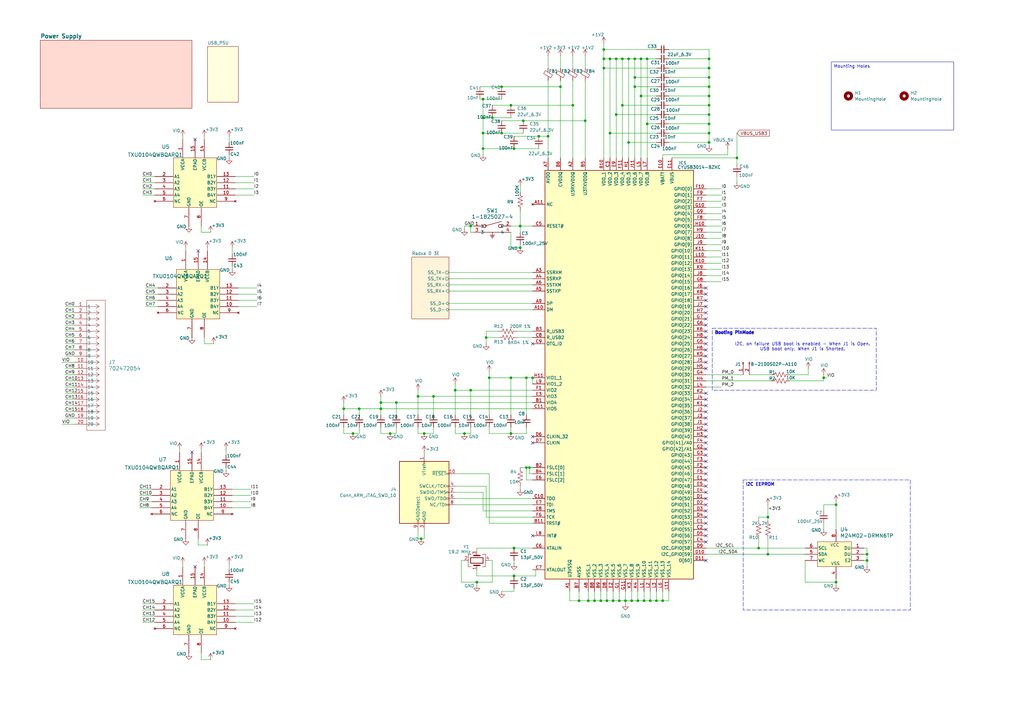
<source format=kicad_sch>
(kicad_sch (version 20250114) (generator "eeschema") (generator_version "9.0")
  (paper "A3")
  (lib_symbols
    (symbol "2025-05-19_08-05-56:TXU0104QWBQARQ1" (pin_names (offset 0.254))
      (property "Reference" "U8" (at 6.604 2.032 0))
      (property "Value" "TXU0104QWBQARQ1" (at -7.366 -1.27 0))
      (symbol "TXU0104QWBQARQ1_0_1"
        (pin input line (at 3.81 -10.16 0) (length 7.62) (name "A1") (number "2"))
        (pin input line (at 3.81 -12.7 0) (length 7.62) (name "A2") (number "3"))
        (pin input line (at 3.81 -15.24 0) (length 7.62) (name "A3") (number "4"))
        (pin input line (at 3.81 -17.78 0) (length 7.62) (name "A4") (number "5"))
        (pin no_connect line (at 3.81 -20.32 0) (length 7.62) (name "NC") (number "6"))
        (pin power_in line (at 15.24 5.08 270) (length 7.62) (name "VCCA") (number "1"))
        (pin power_out line (at 20.32 5.08 270) (length 7.62) (name "EPAD") (number "15"))
        (pin input line (at 22.86 -30.48 90) (length 7.62) (name "OE") (number "8"))
        (pin power_in line (at 24.13 5.08 270) (length 7.62) (name "VCCB") (number "14"))
        (pin output line (at 36.83 -10.16 180) (length 7.62) (name "B1Y") (number "13"))
        (pin output line (at 36.83 -12.7 180) (length 7.62) (name "B2Y") (number "12"))
        (pin output line (at 36.83 -15.24 180) (length 7.62) (name "B3Y") (number "11"))
        (pin output line (at 36.83 -17.78 180) (length 7.62) (name "B4Y") (number "10"))
        (pin no_connect line (at 36.83 -20.32 180) (length 7.62) (name "NC") (number "9"))
      )
      (symbol "TXU0104QWBQARQ1_1_1"
        (pin power_in line (at 17.78 -30.48 90) (length 7.62) (name "GND") (number "7"))
      )
    )
    (symbol "Connector:Conn_01x02_Pin" (pin_names (offset 1.016) (hide yes))
      (property "Reference" "J" (at 0 2.54 0))
      (property "Value" "Conn_01x02_Pin" (at 0 -5.08 0))
      (symbol "Conn_01x02_Pin_1_1"
        (pin passive line (at 5.08 0 180) (length 3.81) (name "Pin_1") (number "1"))
        (pin passive line (at 5.08 -2.54 180) (length 3.81) (name "Pin_2") (number "2"))
      )
    )
    (symbol "Connector:Conn_ARM_JTAG_SWD_10" (pin_names (offset 1.016))
      (property "Reference" "J" (at -2.54 16.51 0))
      (property "Value" "Conn_ARM_JTAG_SWD_10" (at -2.54 13.97 0))
      (symbol "Conn_ARM_JTAG_SWD_10_1_1"
        (pin no_connect line (at -10.16 0 0) (length 2.54) (hide yes) (name "KEY") (number "7"))
        (pin passive line (at -2.54 -15.24 90) (length 2.54) (name "GNDDetect") (number "9"))
        (pin power_in line (at 0 15.24 270) (length 2.54) (name "VTref") (number "1"))
        (pin power_in line (at 0 -15.24 90) (length 2.54) (name "GND") (number "3"))
        (pin passive line (at 0 -15.24 90) (length 2.54) (hide yes) (name "GND") (number "5"))
        (pin open_collector line (at 12.7 7.62 180) (length 2.54) (name "~{RESET}") (number "10"))
        (pin output line (at 12.7 2.54 180) (length 2.54) (name "SWCLK/TCK") (number "4"))
        (pin bidirectional line (at 12.7 0 180) (length 2.54) (name "SWDIO/TMS") (number "2"))
        (pin input line (at 12.7 -2.54 180) (length 2.54) (name "SWO/TDO") (number "6"))
        (pin output line (at 12.7 -5.08 180) (length 2.54) (name "NC/TDI") (number "8"))
      )
    )
    (symbol "Cypress FX3:CYUSB3014-BZXC"
      (property "Reference" "IC" (at 67.31 15.24 0))
      (property "Value" "CYUSB3014-BZXC" (at 67.31 12.7 0))
      (symbol "CYUSB3014-BZXC_1_1"
        (pin no_connect line (at 0 -1.27 0) (length 5.08) (name "NC") (number "A11"))
        (pin passive line (at 0 -10.16 0) (length 5.08) (name "RESET#") (number "C5"))
        (pin passive line (at 0 -29.21 0) (length 5.08) (name "SSRXM") (number "A3"))
        (pin passive line (at 0 -31.75 0) (length 5.08) (name "SSRXP") (number "A4"))
        (pin passive line (at 0 -34.29 0) (length 5.08) (name "SSTXM") (number "A6"))
        (pin passive line (at 0 -36.83 0) (length 5.08) (name "SSTXP") (number "A5"))
        (pin passive line (at 0 -41.91 0) (length 5.08) (name "DP") (number "A9"))
        (pin passive line (at 0 -44.45 0) (length 5.08) (name "DM") (number "A10"))
        (pin passive line (at 0 -53.34 0) (length 5.08) (name "R_USB3") (number "B3"))
        (pin passive line (at 0 -55.88 0) (length 5.08) (name "R_USB2") (number "C8"))
        (pin passive line (at 0 -58.42 0) (length 5.08) (name "OTG_ID") (number "C9"))
        (pin passive line (at 0 -72.39 0) (length 5.08) (name "VIO1_1") (number "H11"))
        (pin passive line (at 0 -74.93 0) (length 5.08) (name "VIO1_2") (number "L9"))
        (pin passive line (at 0 -77.47 0) (length 5.08) (name "VIO2") (number "F1"))
        (pin passive line (at 0 -80.01 0) (length 5.08) (name "VIO3") (number "E3"))
        (pin passive line (at 0 -82.55 0) (length 5.08) (name "VIO4") (number "B1"))
        (pin passive line (at 0 -85.09 0) (length 5.08) (name "VIO5") (number "C11"))
        (pin passive line (at 0 -96.52 0) (length 5.08) (name "CLKIN_32") (number "D6"))
        (pin passive line (at 0 -99.06 0) (length 5.08) (name "CLKIN") (number "D7"))
        (pin passive line (at 0 -109.22 0) (length 5.08) (name "FSLC[0]") (number "B2"))
        (pin passive line (at 0 -111.76 0) (length 5.08) (name "FSLC[1]") (number "B4"))
        (pin passive line (at 0 -114.3 0) (length 5.08) (name "FSLC[2]") (number "E6"))
        (pin passive line (at 0 -121.92 0) (length 5.08) (name "TDO") (number "C10"))
        (pin passive line (at 0 -124.46 0) (length 5.08) (name "TDI") (number "E7"))
        (pin passive line (at 0 -127 0) (length 5.08) (name "TMS") (number "E8"))
        (pin passive line (at 0 -129.54 0) (length 5.08) (name "TCK") (number "F6"))
        (pin passive line (at 0 -132.08 0) (length 5.08) (name "TRST#") (number "B11"))
        (pin passive line (at 0 -137.16 0) (length 5.08) (name "INT#") (number "L8"))
        (pin passive line (at 0 -142.24 0) (length 5.08) (name "XTALIN") (number "C6"))
        (pin passive line (at 0 -151.13 0) (length 5.08) (name "XTALOUT") (number "C7"))
        (pin passive line (at 6.35 17.78 270) (length 5.08) (name "AVDD") (number "A7"))
        (pin passive line (at 11.43 17.78 270) (length 5.08) (name "CVDDQ") (number "B6"))
        (pin passive line (at 15.24 -160.02 90) (length 5.08) (name "U3VSSQ") (number "A1"))
        (pin passive line (at 16.51 17.78 270) (length 5.08) (name "U3RXVDDQ") (number "A2"))
        (pin passive line (at 19.05 -160.02 90) (length 5.08) (name "AVSS") (number "B7"))
        (pin passive line (at 21.59 17.78 270) (length 5.08) (name "U3TXVDDQ") (number "B5"))
        (pin passive line (at 22.86 -160.02 90) (length 5.08) (name "VSS_1") (number "A8"))
        (pin passive line (at 25.4 -160.02 90) (length 5.08) (name "VSS_2") (number "B8"))
        (pin passive line (at 27.94 -160.02 90) (length 5.08) (name "VSS_3") (number "B9"))
        (pin passive line (at 29.21 17.78 270) (length 5.08) (name "VDD_1") (number "B10"))
        (pin passive line (at 30.48 -160.02 90) (length 5.08) (name "VSS_4") (number "D8"))
        (pin passive line (at 31.75 17.78 270) (length 5.08) (name "VDD_2") (number "C3"))
        (pin passive line (at 33.02 -160.02 90) (length 5.08) (name "VSS_5") (number "E2"))
        (pin passive line (at 34.29 17.78 270) (length 5.08) (name "VDD_3") (number "E9"))
        (pin passive line (at 35.56 -160.02 90) (length 5.08) (name "VSS_6") (number "G1"))
        (pin passive line (at 36.83 17.78 270) (length 5.08) (name "VDD_4") (number "F11"))
        (pin passive line (at 38.1 -160.02 90) (length 5.08) (name "VSS_7") (number "G11"))
        (pin passive line (at 39.37 17.78 270) (length 5.08) (name "VDD_5") (number "H1"))
        (pin passive line (at 40.64 -160.02 90) (length 5.08) (name "VSS_8") (number "K3"))
        (pin passive line (at 41.91 17.78 270) (length 5.08) (name "VDD_6") (number "J11"))
        (pin passive line (at 43.18 -160.02 90) (length 5.08) (name "VSS_9") (number "K4"))
        (pin passive line (at 44.45 17.78 270) (length 5.08) (name "VDD_7") (number "L5"))
        (pin passive line (at 45.72 -160.02 90) (length 5.08) (name "VSS_10") (number "L1"))
        (pin passive line (at 46.99 17.78 270) (length 5.08) (name "VDD_8") (number "L7"))
        (pin passive line (at 48.26 -160.02 90) (length 5.08) (name "VSS_11") (number "L2"))
        (pin passive line (at 50.8 -160.02 90) (length 5.08) (name "VSS_12") (number "L3"))
        (pin passive line (at 53.34 17.78 270) (length 5.08) (name "VBATT") (number "E10"))
        (pin passive line (at 53.34 -160.02 90) (length 5.08) (name "VSS_13") (number "L6"))
        (pin passive line (at 55.88 -160.02 90) (length 5.08) (name "VSS_14") (number "L11"))
        (pin passive line (at 57.15 17.78 270) (length 5.08) (name "VBUS") (number "E11"))
        (pin passive line (at 71.12 5.08 180) (length 5.08) (name "GPIO[0]") (number "F10"))
        (pin passive line (at 71.12 2.54 180) (length 5.08) (name "GPIO[1]") (number "F9"))
        (pin passive line (at 71.12 0 180) (length 5.08) (name "GPIO[2]") (number "F7"))
        (pin passive line (at 71.12 -2.54 180) (length 5.08) (name "GPIO[3]") (number "G10"))
        (pin passive line (at 71.12 -5.08 180) (length 5.08) (name "GPIO[4]") (number "G9"))
        (pin passive line (at 71.12 -7.62 180) (length 5.08) (name "GPIO[5]") (number "F8"))
        (pin passive line (at 71.12 -10.16 180) (length 5.08) (name "GPIO[6]") (number "H10"))
        (pin passive line (at 71.12 -12.7 180) (length 5.08) (name "GPIO[7]") (number "H9"))
        (pin passive line (at 71.12 -15.24 180) (length 5.08) (name "GPIO[8]") (number "J10"))
        (pin passive line (at 71.12 -17.78 180) (length 5.08) (name "GPIO[9]") (number "J9"))
        (pin passive line (at 71.12 -20.32 180) (length 5.08) (name "GPIO[10]") (number "K11"))
        (pin passive line (at 71.12 -22.86 180) (length 5.08) (name "GPIO[11]") (number "L10"))
        (pin passive line (at 71.12 -25.4 180) (length 5.08) (name "GPIO[12]") (number "K10"))
        (pin passive line (at 71.12 -27.94 180) (length 5.08) (name "GPIO[13]") (number "K9"))
        (pin passive line (at 71.12 -30.48 180) (length 5.08) (name "GPIO[14]") (number "J8"))
        (pin passive line (at 71.12 -33.02 180) (length 5.08) (name "GPIO[15]") (number "G8"))
        (pin passive line (at 71.12 -35.56 180) (length 5.08) (name "GPIO[16]") (number "J6"))
        (pin passive line (at 71.12 -38.1 180) (length 5.08) (name "GPIO[17]") (number "K8"))
        (pin passive line (at 71.12 -40.64 180) (length 5.08) (name "GPIO[18]") (number "K7"))
        (pin passive line (at 71.12 -43.18 180) (length 5.08) (name "GPIO[19]") (number "J7"))
        (pin passive line (at 71.12 -45.72 180) (length 5.08) (name "GPIO[20]") (number "H7"))
        (pin passive line (at 71.12 -48.26 180) (length 5.08) (name "GPIO[21]") (number "G7"))
        (pin passive line (at 71.12 -50.8 180) (length 5.08) (name "GPIO[22]") (number "G6"))
        (pin passive line (at 71.12 -53.34 180) (length 5.08) (name "GPIO[23]") (number "K6"))
        (pin passive line (at 71.12 -55.88 180) (length 5.08) (name "GPIO[24]") (number "H8"))
        (pin passive line (at 71.12 -58.42 180) (length 5.08) (name "GPIO[25]") (number "G5"))
        (pin passive line (at 71.12 -60.96 180) (length 5.08) (name "GPIO[26]") (number "H6"))
        (pin passive line (at 71.12 -63.5 180) (length 5.08) (name "GPIO[27]") (number "K5"))
        (pin passive line (at 71.12 -66.04 180) (length 5.08) (name "GPIO[28]") (number "J5"))
        (pin passive line (at 71.12 -68.58 180) (length 5.08) (name "GPIO[29]") (number "H5"))
        (pin passive line (at 71.12 -71.12 180) (length 5.08) (name "GPIO[30]") (number "G4"))
        (pin passive line (at 71.12 -73.66 180) (length 5.08) (name "GPIO[31]") (number "H4"))
        (pin passive line (at 71.12 -76.2 180) (length 5.08) (name "GPIO[32]") (number "L4"))
        (pin passive line (at 71.12 -78.74 180) (length 5.08) (name "GPIO[33]") (number "K2"))
        (pin passive line (at 71.12 -81.28 180) (length 5.08) (name "GPIO[34]") (number "J4"))
        (pin passive line (at 71.12 -83.82 180) (length 5.08) (name "GPIO[35]") (number "K1"))
        (pin passive line (at 71.12 -86.36 180) (length 5.08) (name "GPIO[36]") (number "J2"))
        (pin passive line (at 71.12 -88.9 180) (length 5.08) (name "GPIO[37]") (number "J3"))
        (pin passive line (at 71.12 -91.44 180) (length 5.08) (name "GPIO[38]") (number "J1"))
        (pin passive line (at 71.12 -93.98 180) (length 5.08) (name "GPIO[39]") (number "H2"))
        (pin passive line (at 71.12 -96.52 180) (length 5.08) (name "GPIO[40]") (number "H3"))
        (pin passive line (at 71.12 -99.06 180) (length 5.08) (name "GPIO[41]/A0") (number "F4"))
        (pin passive line (at 71.12 -101.6 180) (length 5.08) (name "GPIO[42]/A1") (number "G2"))
        (pin passive line (at 71.12 -104.14 180) (length 5.08) (name "GPIO[43]") (number "G3"))
        (pin passive line (at 71.12 -106.68 180) (length 5.08) (name "GPIO[44]") (number "F3"))
        (pin passive line (at 71.12 -109.22 180) (length 5.08) (name "GPIO[45]") (number "F2"))
        (pin passive line (at 71.12 -111.76 180) (length 5.08) (name "GPIO[46]") (number "F5"))
        (pin passive line (at 71.12 -114.3 180) (length 5.08) (name "GPIO[47]") (number "E1"))
        (pin passive line (at 71.12 -116.84 180) (length 5.08) (name "GPIO[48]") (number "E5"))
        (pin passive line (at 71.12 -119.38 180) (length 5.08) (name "GPIO[49]") (number "E4"))
        (pin passive line (at 71.12 -121.92 180) (length 5.08) (name "GPIO[50]") (number "D1"))
        (pin passive line (at 71.12 -124.46 180) (length 5.08) (name "GPIO[51]") (number "D2"))
        (pin passive line (at 71.12 -127 180) (length 5.08) (name "GPIO[52]") (number "D3"))
        (pin passive line (at 71.12 -129.54 180) (length 5.08) (name "GPIO[53]") (number "D4"))
        (pin passive line (at 71.12 -132.08 180) (length 5.08) (name "GPIO[54]") (number "C1"))
        (pin passive line (at 71.12 -134.62 180) (length 5.08) (name "GPIO[55]") (number "C2"))
        (pin passive line (at 71.12 -137.16 180) (length 5.08) (name "GPIO[56]") (number "D5"))
        (pin passive line (at 71.12 -139.7 180) (length 5.08) (name "GPIO[57]") (number "C4"))
        (pin passive line (at 71.12 -142.24 180) (length 5.08) (name "I2C_GPIO[58]") (number "D9"))
        (pin passive line (at 71.12 -144.78 180) (length 5.08) (name "I2C_GPIO[59]") (number "D10"))
        (pin passive line (at 71.12 -147.32 180) (length 5.08) (name "O[60]") (number "D11"))
      )
    )
    (symbol "Device:C_Small" (pin_numbers (hide yes)) (pin_names (offset 0.254) (hide yes))
      (property "Reference" "C" (at 0.254 1.778 0))
      (property "Value" "C_Small" (at 0.254 -2.032 0))
      (symbol "C_Small_1_1"
        (pin passive line (at 0 2.54 270) (length 2.032) (name "~") (number "1"))
        (pin passive line (at 0 -2.54 90) (length 2.032) (name "~") (number "2"))
      )
    )
    (symbol "Device:Crystal_GND24" (pin_names (offset 1.016) (hide yes))
      (property "Reference" "Y" (at 3.175 5.08 0))
      (property "Value" "Crystal_GND24" (at 3.175 3.175 0))
      (symbol "Crystal_GND24_1_1"
        (pin passive line (at -3.81 0 0) (length 1.27) (name "1") (number "1"))
        (pin passive line (at 0 5.08 270) (length 1.27) (name "2") (number "2"))
        (pin passive line (at 0 -5.08 90) (length 1.27) (name "4") (number "4"))
        (pin passive line (at 3.81 0 180) (length 1.27) (name "3") (number "3"))
      )
    )
    (symbol "Device:FerriteBead_Small" (pin_numbers (hide yes)) (pin_names (offset 0))
      (property "Reference" "FB" (at 1.905 1.27 0))
      (property "Value" "FerriteBead_Small" (at 1.905 -1.27 0))
      (symbol "FerriteBead_Small_1_1"
        (pin passive line (at 0 2.54 270) (length 1.27) (name "~") (number "1"))
        (pin passive line (at 0 -2.54 90) (length 1.27) (name "~") (number "2"))
      )
    )
    (symbol "Device:R_US" (pin_numbers (hide yes)) (pin_names (offset 0))
      (property "Reference" "R" (at 2.54 0 90))
      (property "Value" "R_US" (at -2.54 0 90))
      (symbol "R_US_1_1"
        (pin passive line (at 0 3.81 270) (length 1.27) (name "~") (number "1"))
        (pin passive line (at 0 -3.81 90) (length 1.27) (name "~") (number "2"))
      )
    )
    (symbol "EEPROM_STM:M24M02-DRMN6TP" (pin_names (offset 0.254))
      (property "Reference" "U" (at -6.35 7.112 0))
      (property "Value" "M24M02-DRMN6TP" (at 11.684 6.35 0))
      (symbol "M24M02-DRMN6TP_1_1"
        (text "VCC" (at -0.508 3.81 0) (effects (font (size 1.27 1.27))))
        (text "VSS\n" (at -0.254 -3.81 0) (effects (font (size 1.27 1.27))))
        (pin unspecified line (at -12.7 2.54 0) (length 5.08) (name "SCL") (number "6"))
        (pin unspecified line (at -12.7 0 0) (length 5.08) (name "SDA") (number "5"))
        (pin unspecified line (at -12.7 -2.54 0) (length 5.08) (name "WC") (number "7"))
        (pin power_in line (at 0 10.16 270) (length 5.08) (name "") (number "8"))
        (pin power_out line (at 0 -10.16 90) (length 5.08) (name "") (number "4"))
        (pin unspecified line (at 11.43 2.54 180) (length 5.08) (name "DU") (number "1"))
        (pin unspecified line (at 11.43 0 180) (length 5.08) (name "DU") (number "2"))
        (pin unspecified line (at 11.43 -2.54 180) (length 5.08) (name "E2") (number "3"))
      )
    )
    (symbol "Mechanical:MountingHole" (pin_names (offset 1.016)) (in_bom no)
      (property "Reference" "H" (at 0 5.08 0))
      (property "Value" "MountingHole" (at 0 3.175 0))
    )
    (symbol "RA Tactile Switch:1-1825027-4" (pin_names (offset 0.254))
      (property "Reference" "SW" (at 0 3.81 0))
      (property "Value" "1-1825027-4" (at 0 0 0))
      (symbol "1-1825027-4_0_1"
        (pin unspecified line (at -7.62 0 0) (length 2.54) (name "1") (number "1"))
        (pin unspecified line (at -7.62 -2.54 0) (length 2.54) (name "3") (number "3"))
        (pin unspecified line (at 7.62 0 180) (length 2.54) (name "2") (number "2"))
        (pin unspecified line (at 7.62 -2.54 180) (length 2.54) (name "4") (number "4"))
      )
    )
    (symbol "RA male header:702472054" (pin_names (offset 0.254))
      (property "Reference" "J7" (at 13.97 -22.8599 0))
      (property "Value" "702472054" (at 13.97 -25.3999 0))
      (symbol "702472054_1_1"
        (pin bidirectional line (at 0 0 0) (length 5.08) (name "1") (number "1"))
        (pin bidirectional line (at 0 -2.54 0) (length 5.08) (name "2") (number "2"))
        (pin bidirectional line (at 0 -5.08 0) (length 5.08) (name "3") (number "3"))
        (pin bidirectional line (at 0 -7.62 0) (length 5.08) (name "4") (number "4"))
        (pin bidirectional line (at 0 -10.16 0) (length 5.08) (name "5") (number "5"))
        (pin bidirectional line (at 0 -12.7 0) (length 5.08) (name "6") (number "6"))
        (pin bidirectional line (at 0 -15.24 0) (length 5.08) (name "7") (number "7"))
        (pin bidirectional line (at 0 -17.78 0) (length 5.08) (name "8") (number "8"))
        (pin bidirectional line (at 0 -20.32 0) (length 5.08) (name "9") (number "9"))
        (pin bidirectional line (at 0 -22.86 0) (length 5.08) (name "10") (number "10"))
        (pin bidirectional line (at 0 -25.4 0) (length 5.08) (name "11") (number "11"))
        (pin bidirectional line (at 0 -27.94 0) (length 5.08) (name "12") (number "12"))
        (pin bidirectional line (at 0 -30.48 0) (length 5.08) (name "13") (number "13"))
        (pin bidirectional line (at 0 -33.02 0) (length 5.08) (name "14") (number "14"))
        (pin bidirectional line (at 0 -35.56 0) (length 5.08) (name "15") (number "15"))
        (pin bidirectional line (at 0 -38.1 0) (length 5.08) (name "16") (number "16"))
        (pin bidirectional line (at 0 -40.64 0) (length 5.08) (name "17") (number "17"))
        (pin bidirectional line (at 0 -43.18 0) (length 5.08) (name "18") (number "18"))
        (pin bidirectional line (at 0 -45.72 0) (length 5.08) (name "19") (number "19"))
        (pin bidirectional line (at 0 -48.26 0) (length 5.08) (name "20") (number "20"))
      )
      (symbol "702472054_1_2"
        (pin unspecified line (at 0 0 0) (length 5.08) (name "1") (number "1"))
        (pin unspecified line (at 0 -2.54 0) (length 5.08) (name "2") (number "2"))
        (pin unspecified line (at 0 -5.08 0) (length 5.08) (name "3") (number "3"))
        (pin unspecified line (at 0 -7.62 0) (length 5.08) (name "4") (number "4"))
        (pin unspecified line (at 0 -10.16 0) (length 5.08) (name "5") (number "5"))
        (pin unspecified line (at 0 -12.7 0) (length 5.08) (name "6") (number "6"))
        (pin unspecified line (at 0 -15.24 0) (length 5.08) (name "7") (number "7"))
        (pin unspecified line (at 0 -17.78 0) (length 5.08) (name "8") (number "8"))
        (pin unspecified line (at 0 -20.32 0) (length 5.08) (name "9") (number "9"))
        (pin unspecified line (at 0 -22.86 0) (length 5.08) (name "10") (number "10"))
        (pin unspecified line (at 0 -25.4 0) (length 5.08) (name "11") (number "11"))
        (pin unspecified line (at 0 -27.94 0) (length 5.08) (name "12") (number "12"))
        (pin unspecified line (at 0 -30.48 0) (length 5.08) (name "13") (number "13"))
        (pin unspecified line (at 0 -33.02 0) (length 5.08) (name "14") (number "14"))
        (pin unspecified line (at 0 -35.56 0) (length 5.08) (name "15") (number "15"))
        (pin unspecified line (at 0 -38.1 0) (length 5.08) (name "16") (number "16"))
        (pin unspecified line (at 0 -40.64 0) (length 5.08) (name "17") (number "17"))
        (pin unspecified line (at 0 -43.18 0) (length 5.08) (name "18") (number "18"))
        (pin unspecified line (at 0 -45.72 0) (length 5.08) (name "19") (number "19"))
        (pin unspecified line (at 0 -48.26 0) (length 5.08) (name "20") (number "20"))
      )
    )
    (symbol "TXU0104QWBQARQ1_1" (pin_names (offset 0.254))
      (property "Reference" "U5" (at 6.604 2.032 0))
      (property "Value" "TXU0104QWBQARQ1" (at -7.366 -1.27 0))
      (symbol "TXU0104QWBQARQ1_1_0_1"
        (pin input line (at 3.81 -10.16 0) (length 7.62) (name "A1") (number "2"))
        (pin input line (at 3.81 -12.7 0) (length 7.62) (name "A2") (number "3"))
        (pin input line (at 3.81 -15.24 0) (length 7.62) (name "A3") (number "4"))
        (pin input line (at 3.81 -17.78 0) (length 7.62) (name "A4") (number "5"))
        (pin no_connect line (at 3.81 -20.32 0) (length 7.62) (name "NC") (number "6"))
        (pin power_in line (at 15.24 5.08 270) (length 7.62) (name "VCCA") (number "1"))
        (pin power_out line (at 20.32 5.08 270) (length 7.62) (name "EPAD") (number "15"))
        (pin input line (at 22.86 -30.48 90) (length 7.62) (name "OE") (number "8"))
        (pin power_in line (at 24.13 5.08 270) (length 7.62) (name "VCCB") (number "14"))
        (pin output line (at 36.83 -10.16 180) (length 7.62) (name "B1Y") (number "13"))
        (pin output line (at 36.83 -12.7 180) (length 7.62) (name "B2Y") (number "12"))
        (pin output line (at 36.83 -15.24 180) (length 7.62) (name "B3Y") (number "11"))
        (pin output line (at 36.83 -17.78 180) (length 7.62) (name "B4Y") (number "10"))
        (pin no_connect line (at 36.83 -20.32 180) (length 7.62) (name "NC") (number "9"))
      )
      (symbol "TXU0104QWBQARQ1_1_1_1"
        (pin power_in line (at 17.78 -30.48 90) (length 7.62) (name "GND") (number "7"))
      )
    )
    (symbol "TXU0104QWBQARQ1_2" (pin_names (offset 0.254))
      (property "Reference" "U6" (at 6.604 2.032 0))
      (property "Value" "TXU0104QWBQARQ1" (at -7.366 -1.27 0))
      (symbol "TXU0104QWBQARQ1_2_0_1"
        (pin input line (at 3.81 -10.16 0) (length 7.62) (name "A1") (number "2"))
        (pin input line (at 3.81 -12.7 0) (length 7.62) (name "A2") (number "3"))
        (pin input line (at 3.81 -15.24 0) (length 7.62) (name "A3") (number "4"))
        (pin input line (at 3.81 -17.78 0) (length 7.62) (name "A4") (number "5"))
        (pin no_connect line (at 3.81 -20.32 0) (length 7.62) (name "NC") (number "6"))
        (pin power_in line (at 15.24 5.08 270) (length 7.62) (name "VCCA") (number "1"))
        (pin power_out line (at 20.32 5.08 270) (length 7.62) (name "EPAD") (number "15"))
        (pin input line (at 22.86 -30.48 90) (length 7.62) (name "OE") (number "8"))
        (pin power_in line (at 24.13 5.08 270) (length 7.62) (name "VCCB") (number "14"))
        (pin output line (at 36.83 -10.16 180) (length 7.62) (name "B1Y") (number "13"))
        (pin output line (at 36.83 -12.7 180) (length 7.62) (name "B2Y") (number "12"))
        (pin output line (at 36.83 -15.24 180) (length 7.62) (name "B3Y") (number "11"))
        (pin output line (at 36.83 -17.78 180) (length 7.62) (name "B4Y") (number "10"))
        (pin no_connect line (at 36.83 -20.32 180) (length 7.62) (name "NC") (number "9"))
      )
      (symbol "TXU0104QWBQARQ1_2_1_1"
        (pin power_in line (at 17.78 -30.48 90) (length 7.62) (name "GND") (number "7"))
      )
    )
    (symbol "TXU0104QWBQARQ1_3" (pin_names (offset 0.254))
      (property "Reference" "U7" (at 6.604 2.032 0))
      (property "Value" "TXU0104QWBQARQ1" (at -7.366 -1.27 0))
      (symbol "TXU0104QWBQARQ1_3_0_1"
        (pin input line (at 3.81 -10.16 0) (length 7.62) (name "A1") (number "2"))
        (pin input line (at 3.81 -12.7 0) (length 7.62) (name "A2") (number "3"))
        (pin input line (at 3.81 -15.24 0) (length 7.62) (name "A3") (number "4"))
        (pin input line (at 3.81 -17.78 0) (length 7.62) (name "A4") (number "5"))
        (pin no_connect line (at 3.81 -20.32 0) (length 7.62) (name "NC") (number "6"))
        (pin power_in line (at 15.24 5.08 270) (length 7.62) (name "VCCA") (number "1"))
        (pin power_out line (at 20.32 5.08 270) (length 7.62) (name "EPAD") (number "15"))
        (pin input line (at 22.86 -30.48 90) (length 7.62) (name "OE") (number "8"))
        (pin power_in line (at 24.13 5.08 270) (length 7.62) (name "VCCB") (number "14"))
        (pin output line (at 36.83 -10.16 180) (length 7.62) (name "B1Y") (number "13"))
        (pin output line (at 36.83 -12.7 180) (length 7.62) (name "B2Y") (number "12"))
        (pin output line (at 36.83 -15.24 180) (length 7.62) (name "B3Y") (number "11"))
        (pin output line (at 36.83 -17.78 180) (length 7.62) (name "B4Y") (number "10"))
        (pin no_connect line (at 36.83 -20.32 180) (length 7.62) (name "NC") (number "9"))
      )
      (symbol "TXU0104QWBQARQ1_3_1_1"
        (pin power_in line (at 17.78 -30.48 90) (length 7.62) (name "GND") (number "7"))
      )
    )
    (symbol "power:+1V2" (power) (pin_numbers (hide yes)) (pin_names (offset 0) (hide yes))
      (property "Value" "+1V2" (at 0 3.556 0))
      (symbol "+1V2_1_1"
        (pin power_in line (at 0 0 90) (length 0) (name "~") (number "1"))
      )
    )
    (symbol "power:+3V3" (power) (pin_numbers (hide yes)) (pin_names (offset 0) (hide yes))
      (property "Value" "+3V3" (at 0 3.556 0))
      (symbol "+3V3_1_1"
        (pin power_in line (at 0 0 90) (length 0) (name "~") (number "1"))
      )
    )
    (symbol "power:GND" (power) (pin_numbers (hide yes)) (pin_names (offset 0) (hide yes))
      (property "Value" "GND" (at 0 -3.81 0))
      (symbol "GND_1_1"
        (pin power_in line (at 0 0 270) (length 0) (name "~") (number "1"))
      )
    )
    (symbol "power:VBUS" (power) (pin_numbers (hide yes)) (pin_names (offset 0) (hide yes))
      (property "Value" "VBUS" (at 0 3.556 0))
      (symbol "VBUS_1_1"
        (pin power_in line (at 0 0 90) (length 0) (name "~") (number "1"))
      )
    )
    (symbol "power:VCC" (power) (pin_numbers (hide yes)) (pin_names (offset 0) (hide yes))
      (property "Value" "VCC" (at 0 3.556 0))
      (symbol "VCC_1_1"
        (pin power_in line (at 0 0 90) (length 0) (name "~") (number "1"))
      )
    )
  )
  (text "I2C, on failure USB boot is enabled - When J1 is Open.\nUSB boot only, When J1 is Shorted." (at 329.184 142.24 0) (effects (font (size 1.27 1.27))))
  (text_box "Booting PinMode" (at 292.1 134.62 0) (size 67.31 25.4) (margins 0.9525 0.9525 0.9525 0.9525) (stroke (width 0) (type dash)) (effects (font (size 1.27 1.27) (thickness 0.3556) (bold yes)) (justify left top)))
  (text_box "I2C EEPROM" (at 304.8 196.85 0) (size 68.58 53.34) (margins 0.9525 0.9525 0.9525 0.9525) (stroke (width 0) (type dash)) (effects (font (size 1.27 1.27) (thickness 0.254) (bold yes)) (justify left top)))
  (text_box "Mounting Holes\n" (at 340.995 25.4 0) (size 50.165 27.94) (margins 0.9525 0.9525 0.9525 0.9525) (effects (font (size 1.27 1.27)) (justify left top)))
  (junction (at 200.66 154.94))
  (junction (at 171.45 162.56))
  (junction (at 255.27 24.13))
  (junction (at 162.56 165.1))
  (junction (at 290.83 27.94))
  (junction (at 173.99 177.8))
  (junction (at 237.49 246.38))
  (junction (at 215.9 154.94))
  (junction (at 255.27 43.18))
  (junction (at 198.12 40.64))
  (junction (at 290.83 31.75))
  (junction (at 193.04 160.02))
  (junction (at 205.74 35.56))
  (junction (at 266.7 246.38))
  (junction (at 220.98 55.88))
  (junction (at 246.38 246.38))
  (junction (at 243.84 246.38))
  (junction (at 218.44 154.94))
  (junction (at 172.72 220.98))
  (junction (at 213.36 101.6))
  (junction (at 311.15 224.79))
  (junction (at 156.21 165.1))
  (junction (at 355.6 229.87))
  (junction (at 269.24 246.38))
  (junction (at 337.82 154.94))
  (junction (at 290.83 58.42))
  (junction (at 259.08 246.38))
  (junction (at 247.65 27.94))
  (junction (at 264.16 246.38))
  (junction (at 290.83 24.13))
  (junction (at 248.92 246.38))
  (junction (at 193.04 92.71))
  (junction (at 209.55 177.8))
  (junction (at 250.19 24.13))
  (junction (at 254 246.38))
  (junction (at 262.89 39.37))
  (junction (at 229.87 35.56))
  (junction (at 190.5 177.8))
  (junction (at 186.69 160.02))
  (junction (at 213.36 92.71))
  (junction (at 214.63 49.53))
  (junction (at 160.02 177.8))
  (junction (at 290.83 39.37))
  (junction (at 177.8 162.56))
  (junction (at 290.83 54.61))
  (junction (at 342.9 207.01))
  (junction (at 302.26 64.77))
  (junction (at 147.32 167.64))
  (junction (at 247.65 20.32))
  (junction (at 314.96 227.33))
  (junction (at 265.43 50.8))
  (junction (at 262.89 24.13))
  (junction (at 290.83 50.8))
  (junction (at 250.19 54.61))
  (junction (at 240.03 49.53))
  (junction (at 261.62 246.38))
  (junction (at 199.39 138.43))
  (junction (at 355.6 227.33))
  (junction (at 198.12 54.61))
  (junction (at 224.79 55.88))
  (junction (at 342.9 238.76))
  (junction (at 290.83 46.99))
  (junction (at 257.81 58.42))
  (junction (at 314.96 212.09))
  (junction (at 201.93 48.26))
  (junction (at 198.12 60.96))
  (junction (at 234.95 43.18))
  (junction (at 260.35 24.13))
  (junction (at 265.43 24.13))
  (junction (at 260.35 35.56))
  (junction (at 209.55 154.94))
  (junction (at 217.17 191.77))
  (junction (at 205.74 54.61))
  (junction (at 290.83 43.18))
  (junction (at 140.97 167.64))
  (junction (at 252.73 46.99))
  (junction (at 210.82 224.79))
  (junction (at 144.78 177.8))
  (junction (at 257.81 24.13))
  (junction (at 209.55 43.18))
  (junction (at 252.73 24.13))
  (junction (at 195.58 238.76))
  (junction (at 241.3 246.38))
  (junction (at 215.9 191.77))
  (junction (at 256.54 246.38))
  (junction (at 271.78 246.38))
  (junction (at 210.82 60.96))
  (junction (at 156.21 167.64))
  (junction (at 251.46 246.38))
  (junction (at 247.65 24.13))
  (junction (at 198.12 48.26))
  (junction (at 290.83 35.56))
  (junction (at 260.35 31.75))
  (junction (at 210.82 236.22))
  (no_connect (at 289.56 209.55))
  (no_connect (at 289.56 125.73))
  (no_connect (at 289.56 201.93))
  (no_connect (at 289.56 184.15))
  (no_connect (at 289.56 222.25))
  (no_connect (at 289.56 173.99))
  (no_connect (at 289.56 163.83))
  (no_connect (at 289.56 196.85))
  (no_connect (at 289.56 204.47))
  (no_connect (at 80.01 232.41))
  (no_connect (at 289.56 120.65))
  (no_connect (at 289.56 161.29))
  (no_connect (at 289.56 140.97))
  (no_connect (at 289.56 148.59))
  (no_connect (at 289.56 146.05))
  (no_connect (at 78.74 185.42))
  (no_connect (at 218.44 179.07))
  (no_connect (at 218.44 219.71))
  (no_connect (at 218.44 140.97))
  (no_connect (at 289.56 171.45))
  (no_connect (at 218.44 181.61))
  (no_connect (at 289.56 143.51))
  (no_connect (at 289.56 130.81))
  (no_connect (at 289.56 118.11))
  (no_connect (at 289.56 214.63))
  (no_connect (at 289.56 186.69))
  (no_connect (at 289.56 212.09))
  (no_connect (at 289.56 219.71))
  (no_connect (at 289.56 176.53))
  (no_connect (at 289.56 138.43))
  (no_connect (at 289.56 199.39))
  (no_connect (at 289.56 135.89))
  (no_connect (at 289.56 166.37))
  (no_connect (at 289.56 189.23))
  (no_connect (at 289.56 168.91))
  (no_connect (at 289.56 229.87))
  (no_connect (at 289.56 207.01))
  (no_connect (at 289.56 128.27))
  (no_connect (at 289.56 123.19))
  (no_connect (at 289.56 133.35))
  (no_connect (at 289.56 217.17))
  (no_connect (at 80.01 57.15))
  (no_connect (at 289.56 181.61))
  (no_connect (at 289.56 151.13))
  (no_connect (at 289.56 194.31))
  (no_connect (at 81.28 102.87))
  (no_connect (at 289.56 179.07))
  (no_connect (at 289.56 191.77))
  (wire (pts (xy 271.78 246.38) (xy 274.32 246.38)))
  (wire (pts (xy 339.09 154.94) (xy 337.82 154.94)))
  (wire (pts (xy 184.15 119.38) (xy 218.44 119.38)))
  (wire (pts (xy 74.93 231.14) (xy 74.93 232.41)))
  (wire (pts (xy 96.52 77.47) (xy 104.14 77.47)))
  (wire (pts (xy 215.9 177.8) (xy 209.55 177.8)))
  (wire (pts (xy 96.52 247.65) (xy 104.14 247.65)))
  (wire (pts (xy 323.85 156.21) (xy 337.82 156.21)))
  (wire (pts (xy 290.83 58.42) (xy 290.83 59.69)))
  (wire (pts (xy 171.45 175.26) (xy 171.45 177.8)))
  (wire (pts (xy 262.89 64.77) (xy 262.89 39.37)))
  (wire (pts (xy 74.93 55.88) (xy 74.93 57.15)))
  (wire (pts (xy 342.9 237.49) (xy 342.9 238.76)))
  (wire (pts (xy 265.43 24.13) (xy 269.24 24.13)))
  (wire (pts (xy 156.21 175.26) (xy 156.21 177.8)))
  (wire (pts (xy 58.42 252.73) (xy 63.5 252.73)))
  (wire (pts (xy 241.3 246.38) (xy 243.84 246.38)))
  (wire (pts (xy 290.83 31.75) (xy 290.83 35.56)))
  (wire (pts (xy 311.15 213.36) (xy 311.15 212.09)))
  (wire (pts (xy 97.79 125.73) (xy 105.41 125.73)))
  (wire (pts (xy 274.32 54.61) (xy 290.83 54.61)))
  (wire (pts (xy 147.32 170.18) (xy 147.32 167.64)))
  (wire (pts (xy 198.12 40.64) (xy 198.12 48.26)))
  (wire (pts (xy 271.78 63.5) (xy 271.78 64.77)))
  (wire (pts (xy 193.04 160.02) (xy 193.04 170.18)))
  (wire (pts (xy 198.12 40.64) (xy 205.74 40.64)))
  (wire (pts (xy 215.9 191.77) (xy 217.17 191.77)))
  (wire (pts (xy 255.27 24.13) (xy 255.27 43.18)))
  (wire (pts (xy 177.8 162.56) (xy 171.45 162.56)))
  (wire (pts (xy 57.15 203.2) (xy 62.23 203.2)))
  (wire (pts (xy 224.79 55.88) (xy 224.79 64.77)))
  (wire (pts (xy 171.45 220.98) (xy 172.72 220.98)))
  (wire (pts (xy 218.44 160.02) (xy 193.04 160.02)))
  (wire (pts (xy 289.56 110.49) (xy 295.91 110.49)))
  (wire (pts (xy 337.82 207.01) (xy 342.9 207.01)))
  (wire (pts (xy 205.74 49.53) (xy 214.63 49.53)))
  (wire (pts (xy 302.26 72.39) (xy 302.26 74.93)))
  (wire (pts (xy 95.25 208.28) (xy 102.87 208.28)))
  (wire (pts (xy 234.95 33.02) (xy 234.95 43.18)))
  (wire (pts (xy 342.9 238.76) (xy 342.9 240.03)))
  (wire (pts (xy 314.96 207.01) (xy 314.96 212.09)))
  (wire (pts (xy 252.73 24.13) (xy 255.27 24.13)))
  (wire (pts (xy 218.44 167.64) (xy 156.21 167.64)))
  (wire (pts (xy 260.35 35.56) (xy 269.24 35.56)))
  (wire (pts (xy 289.56 113.03) (xy 295.91 113.03)))
  (wire (pts (xy 229.87 22.86) (xy 229.87 27.94)))
  (wire (pts (xy 26.67 146.05) (xy 30.48 146.05)))
  (wire (pts (xy 209.55 92.71) (xy 213.36 92.71)))
  (wire (pts (xy 274.32 58.42) (xy 290.83 58.42)))
  (wire (pts (xy 255.27 24.13) (xy 257.81 24.13)))
  (wire (pts (xy 302.26 64.77) (xy 302.26 67.31)))
  (wire (pts (xy 186.69 160.02) (xy 186.69 170.18)))
  (wire (pts (xy 290.83 50.8) (xy 290.83 54.61)))
  (wire (pts (xy 314.96 212.09) (xy 314.96 213.36)))
  (wire (pts (xy 82.55 267.97) (xy 82.55 270.51)))
  (wire (pts (xy 57.15 208.28) (xy 62.23 208.28)))
  (wire (pts (xy 266.7 242.57) (xy 266.7 246.38)))
  (wire (pts (xy 261.62 246.38) (xy 264.16 246.38)))
  (wire (pts (xy 184.15 124.46) (xy 218.44 124.46)))
  (wire (pts (xy 289.56 82.55) (xy 295.91 82.55)))
  (wire (pts (xy 171.45 162.56) (xy 171.45 170.18)))
  (wire (pts (xy 209.55 154.94) (xy 200.66 154.94)))
  (wire (pts (xy 217.17 194.31) (xy 217.17 191.77)))
  (wire (pts (xy 302.26 54.61) (xy 302.26 64.77)))
  (wire (pts (xy 186.69 204.47) (xy 218.44 204.47)))
  (wire (pts (xy 184.15 111.76) (xy 218.44 111.76)))
  (wire (pts (xy 186.69 177.8) (xy 190.5 177.8)))
  (wire (pts (xy 194.31 95.25) (xy 193.04 95.25)))
  (wire (pts (xy 250.19 24.13) (xy 250.19 54.61)))
  (wire (pts (xy 215.9 175.26) (xy 215.9 177.8)))
  (wire (pts (xy 26.67 168.91) (xy 30.48 168.91)))
  (wire (pts (xy 81.28 223.52) (xy 85.09 223.52)))
  (wire (pts (xy 59.69 125.73) (xy 64.77 125.73)))
  (wire (pts (xy 243.84 246.38) (xy 246.38 246.38)))
  (wire (pts (xy 355.6 229.87) (xy 355.6 232.41)))
  (wire (pts (xy 201.93 229.87) (xy 200.66 229.87)))
  (wire (pts (xy 229.87 33.02) (xy 229.87 35.56)))
  (wire (pts (xy 275.59 64.77) (xy 302.26 64.77)))
  (wire (pts (xy 274.32 50.8) (xy 290.83 50.8)))
  (wire (pts (xy 247.65 20.32) (xy 247.65 24.13)))
  (wire (pts (xy 251.46 242.57) (xy 251.46 246.38)))
  (wire (pts (xy 233.68 242.57) (xy 233.68 246.38)))
  (wire (pts (xy 186.69 175.26) (xy 186.69 177.8)))
  (wire (pts (xy 198.12 48.26) (xy 201.93 48.26)))
  (wire (pts (xy 255.27 43.18) (xy 269.24 43.18)))
  (wire (pts (xy 186.69 207.01) (xy 218.44 207.01)))
  (wire (pts (xy 248.92 242.57) (xy 248.92 246.38)))
  (wire (pts (xy 195.58 233.68) (xy 195.58 236.22)))
  (wire (pts (xy 257.81 58.42) (xy 269.24 58.42)))
  (wire (pts (xy 58.42 250.19) (xy 63.5 250.19)))
  (wire (pts (xy 193.04 92.71) (xy 194.31 92.71)))
  (wire (pts (xy 241.3 242.57) (xy 241.3 246.38)))
  (wire (pts (xy 205.74 35.56) (xy 229.87 35.56)))
  (wire (pts (xy 250.19 54.61) (xy 269.24 54.61)))
  (wire (pts (xy 93.98 231.14) (xy 93.98 233.68)))
  (wire (pts (xy 93.98 238.76) (xy 93.98 240.03)))
  (wire (pts (xy 95.25 203.2) (xy 102.87 203.2)))
  (wire (pts (xy 240.03 49.53) (xy 240.03 64.77)))
  (wire (pts (xy 26.67 158.75) (xy 30.48 158.75)))
  (wire (pts (xy 26.67 153.67) (xy 30.48 153.67)))
  (wire (pts (xy 156.21 167.64) (xy 147.32 167.64)))
  (wire (pts (xy 254 242.57) (xy 254 246.38)))
  (wire (pts (xy 198.12 48.26) (xy 198.12 54.61)))
  (wire (pts (xy 289.56 224.79) (xy 311.15 224.79)))
  (wire (pts (xy 256.54 246.38) (xy 256.54 247.65)))
  (wire (pts (xy 290.83 20.32) (xy 290.83 24.13)))
  (wire (pts (xy 311.15 224.79) (xy 311.15 220.98)))
  (wire (pts (xy 265.43 24.13) (xy 265.43 50.8)))
  (wire (pts (xy 330.2 229.87) (xy 330.2 238.76)))
  (wire (pts (xy 171.45 217.17) (xy 171.45 220.98)))
  (wire (pts (xy 140.97 177.8) (xy 144.78 177.8)))
  (wire (pts (xy 196.85 35.56) (xy 205.74 35.56)))
  (wire (pts (xy 186.69 157.48) (xy 186.69 160.02)))
  (wire (pts (xy 82.55 95.25) (xy 86.36 95.25)))
  (wire (pts (xy 210.82 241.3) (xy 210.82 242.57)))
  (wire (pts (xy 247.65 24.13) (xy 247.65 27.94)))
  (wire (pts (xy 190.5 92.71) (xy 193.04 92.71)))
  (wire (pts (xy 96.52 80.01) (xy 104.14 80.01)))
  (wire (pts (xy 189.23 229.87) (xy 189.23 238.76)))
  (wire (pts (xy 298.45 60.96) (xy 298.45 63.5)))
  (wire (pts (xy 290.83 46.99) (xy 290.83 50.8)))
  (wire (pts (xy 233.68 246.38) (xy 237.49 246.38)))
  (wire (pts (xy 354.33 229.87) (xy 355.6 229.87)))
  (wire (pts (xy 199.39 138.43) (xy 199.39 140.97)))
  (wire (pts (xy 250.19 54.61) (xy 250.19 64.77)))
  (wire (pts (xy 26.67 133.35) (xy 30.48 133.35)))
  (wire (pts (xy 330.2 238.76) (xy 342.9 238.76)))
  (wire (pts (xy 82.55 92.71) (xy 82.55 95.25)))
  (wire (pts (xy 256.54 242.57) (xy 256.54 246.38)))
  (wire (pts (xy 97.79 118.11) (xy 105.41 118.11)))
  (wire (pts (xy 289.56 158.75) (xy 295.91 158.75)))
  (wire (pts (xy 200.66 194.31) (xy 186.69 194.31)))
  (wire (pts (xy 265.43 50.8) (xy 269.24 50.8)))
  (wire (pts (xy 289.56 95.25) (xy 295.91 95.25)))
  (wire (pts (xy 26.67 171.45) (xy 30.48 171.45)))
  (wire (pts (xy 290.83 24.13) (xy 290.83 27.94)))
  (wire (pts (xy 58.42 255.27) (xy 63.5 255.27)))
  (wire (pts (xy 58.42 247.65) (xy 63.5 247.65)))
  (wire (pts (xy 95.25 101.6) (xy 95.25 104.14)))
  (wire (pts (xy 171.45 160.02) (xy 171.45 162.56)))
  (wire (pts (xy 323.85 153.67) (xy 331.47 153.67)))
  (wire (pts (xy 271.78 63.5) (xy 298.45 63.5)))
  (wire (pts (xy 209.55 154.94) (xy 209.55 170.18)))
  (wire (pts (xy 289.56 153.67) (xy 304.8 153.67)))
  (wire (pts (xy 177.8 175.26) (xy 177.8 177.8)))
  (wire (pts (xy 240.03 33.02) (xy 240.03 49.53)))
  (wire (pts (xy 289.56 77.47) (xy 295.91 77.47)))
  (wire (pts (xy 200.66 175.26) (xy 200.66 177.8)))
  (wire (pts (xy 213.36 199.39) (xy 213.36 200.66)))
  (wire (pts (xy 218.44 194.31) (xy 217.17 194.31)))
  (wire (pts (xy 252.73 64.77) (xy 252.73 46.99)))
  (wire (pts (xy 209.55 95.25) (xy 209.55 101.6)))
  (wire (pts (xy 209.55 101.6) (xy 213.36 101.6)))
  (wire (pts (xy 255.27 64.77) (xy 255.27 43.18)))
  (wire (pts (xy 269.24 31.75) (xy 260.35 31.75)))
  (wire (pts (xy 289.56 90.17) (xy 295.91 90.17)))
  (wire (pts (xy 290.83 27.94) (xy 290.83 31.75)))
  (wire (pts (xy 156.21 162.56) (xy 156.21 165.1)))
  (wire (pts (xy 205.74 54.61) (xy 214.63 54.61)))
  (wire (pts (xy 162.56 177.8) (xy 160.02 177.8)))
  (wire (pts (xy 224.79 33.02) (xy 224.79 55.88)))
  (wire (pts (xy 156.21 165.1) (xy 156.21 167.64)))
  (wire (pts (xy 314.96 227.33) (xy 330.2 227.33)))
  (wire (pts (xy 314.96 220.98) (xy 314.96 227.33)))
  (wire (pts (xy 218.44 214.63) (xy 200.66 214.63)))
  (wire (pts (xy 237.49 246.38) (xy 241.3 246.38)))
  (wire (pts (xy 73.66 184.15) (xy 73.66 185.42)))
  (wire (pts (xy 200.66 177.8) (xy 209.55 177.8)))
  (wire (pts (xy 290.83 54.61) (xy 290.83 58.42)))
  (wire (pts (xy 247.65 27.94) (xy 269.24 27.94)))
  (wire (pts (xy 59.69 123.19) (xy 64.77 123.19)))
  (wire (pts (xy 234.95 43.18) (xy 234.95 64.77)))
  (wire (pts (xy 290.83 43.18) (xy 290.83 46.99)))
  (wire (pts (xy 274.32 43.18) (xy 290.83 43.18)))
  (wire (pts (xy 201.93 43.18) (xy 209.55 43.18)))
  (wire (pts (xy 218.44 212.09) (xy 199.39 212.09)))
  (wire (pts (xy 162.56 165.1) (xy 218.44 165.1)))
  (wire (pts (xy 200.66 154.94) (xy 200.66 170.18)))
  (wire (pts (xy 212.09 138.43) (xy 218.44 138.43)))
  (wire (pts (xy 156.21 165.1) (xy 162.56 165.1)))
  (wire (pts (xy 218.44 154.94) (xy 215.9 154.94)))
  (wire (pts (xy 199.39 199.39) (xy 186.69 199.39)))
  (wire (pts (xy 147.32 177.8) (xy 144.78 177.8)))
  (wire (pts (xy 195.58 226.06) (xy 195.58 224.79)))
  (wire (pts (xy 156.21 177.8) (xy 160.02 177.8)))
  (wire (pts (xy 262.89 24.13) (xy 262.89 39.37)))
  (wire (pts (xy 262.89 39.37) (xy 269.24 39.37)))
  (wire (pts (xy 243.84 242.57) (xy 243.84 246.38)))
  (wire (pts (xy 254 246.38) (xy 256.54 246.38)))
  (wire (pts (xy 95.25 109.22) (xy 95.25 110.49)))
  (wire (pts (xy 259.08 242.57) (xy 259.08 246.38)))
  (wire (pts (xy 251.46 246.38) (xy 254 246.38)))
  (wire (pts (xy 195.58 238.76) (xy 195.58 240.03)))
  (wire (pts (xy 83.82 140.97) (xy 87.63 140.97)))
  (wire (pts (xy 97.79 123.19) (xy 105.41 123.19)))
  (wire (pts (xy 193.04 95.25) (xy 193.04 92.71)))
  (wire (pts (xy 177.8 162.56) (xy 177.8 170.18)))
  (wire (pts (xy 290.83 35.56) (xy 290.83 39.37)))
  (wire (pts (xy 26.67 140.97) (xy 30.48 140.97)))
  (wire (pts (xy 219.71 236.22) (xy 210.82 236.22)))
  (wire (pts (xy 213.36 92.71) (xy 218.44 92.71)))
  (wire (pts (xy 213.36 76.2) (xy 213.36 78.74)))
  (wire (pts (xy 260.35 24.13) (xy 262.89 24.13)))
  (wire (pts (xy 58.42 74.93) (xy 63.5 74.93)))
  (wire (pts (xy 173.99 220.98) (xy 172.72 220.98)))
  (wire (pts (xy 83.82 55.88) (xy 83.82 57.15)))
  (wire (pts (xy 147.32 175.26) (xy 147.32 177.8)))
  (wire (pts (xy 342.9 207.01) (xy 342.9 217.17)))
  (wire (pts (xy 219.71 233.68) (xy 219.71 236.22)))
  (wire (pts (xy 193.04 175.26) (xy 193.04 177.8)))
  (wire (pts (xy 212.09 135.89) (xy 218.44 135.89)))
  (wire (pts (xy 196.85 40.64) (xy 198.12 40.64)))
  (wire (pts (xy 261.62 242.57) (xy 261.62 246.38)))
  (wire (pts (xy 289.56 97.79) (xy 295.91 97.79)))
  (wire (pts (xy 96.52 72.39) (xy 104.14 72.39)))
  (wire (pts (xy 274.32 46.99) (xy 290.83 46.99)))
  (wire (pts (xy 289.56 92.71) (xy 295.91 92.71)))
  (wire (pts (xy 184.15 114.3) (xy 218.44 114.3)))
  (wire (pts (xy 337.82 154.94) (xy 337.82 153.67)))
  (wire (pts (xy 218.44 196.85) (xy 215.9 196.85)))
  (wire (pts (xy 26.67 166.37) (xy 30.48 166.37)))
  (wire (pts (xy 260.35 31.75) (xy 260.35 35.56)))
  (wire (pts (xy 247.65 27.94) (xy 247.65 64.77)))
  (wire (pts (xy 246.38 246.38) (xy 248.92 246.38)))
  (wire (pts (xy 184.15 127) (xy 218.44 127)))
  (wire (pts (xy 237.49 242.57) (xy 237.49 246.38)))
  (wire (pts (xy 210.82 60.96) (xy 220.98 60.96)))
  (wire (pts (xy 289.56 100.33) (xy 295.91 100.33)))
  (wire (pts (xy 193.04 160.02) (xy 186.69 160.02)))
  (wire (pts (xy 260.35 64.77) (xy 260.35 35.56)))
  (wire (pts (xy 307.34 153.67) (xy 316.23 153.67)))
  (wire (pts (xy 26.67 135.89) (xy 30.48 135.89)))
  (wire (pts (xy 190.5 229.87) (xy 189.23 229.87)))
  (wire (pts (xy 26.67 156.21) (xy 30.48 156.21)))
  (wire (pts (xy 96.52 250.19) (xy 104.14 250.19)))
  (wire (pts (xy 59.69 120.65) (xy 64.77 120.65)))
  (wire (pts (xy 83.82 231.14) (xy 83.82 232.41)))
  (wire (pts (xy 82.55 270.51) (xy 86.36 270.51)))
  (wire (pts (xy 189.23 238.76) (xy 195.58 238.76)))
  (wire (pts (xy 259.08 246.38) (xy 261.62 246.38)))
  (wire (pts (xy 210.82 60.96) (xy 198.12 60.96)))
  (wire (pts (xy 147.32 167.64) (xy 140.97 167.64)))
  (wire (pts (xy 58.42 77.47) (xy 63.5 77.47)))
  (wire (pts (xy 213.36 191.77) (xy 215.9 191.77)))
  (wire (pts (xy 257.81 24.13) (xy 260.35 24.13)))
  (wire (pts (xy 213.36 100.33) (xy 213.36 101.6)))
  (wire (pts (xy 93.98 63.5) (xy 93.98 64.77)))
  (wire (pts (xy 162.56 175.26) (xy 162.56 177.8)))
  (wire (pts (xy 173.99 185.42) (xy 173.99 186.69)))
  (wire (pts (xy 76.2 101.6) (xy 76.2 102.87)))
  (wire (pts (xy 355.6 227.33) (xy 355.6 229.87)))
  (wire (pts (xy 274.32 31.75) (xy 290.83 31.75)))
  (wire (pts (xy 264.16 246.38) (xy 266.7 246.38)))
  (wire (pts (xy 266.7 246.38) (xy 269.24 246.38)))
  (wire (pts (xy 140.97 165.1) (xy 140.97 167.64)))
  (wire (pts (xy 342.9 205.74) (xy 342.9 207.01)))
  (wire (pts (xy 220.98 55.88) (xy 224.79 55.88)))
  (wire (pts (xy 262.89 24.13) (xy 265.43 24.13)))
  (wire (pts (xy 210.82 242.57) (xy 205.74 242.57)))
  (wire (pts (xy 195.58 238.76) (xy 201.93 238.76)))
  (wire (pts (xy 269.24 246.38) (xy 271.78 246.38)))
  (wire (pts (xy 26.67 128.27) (xy 30.48 128.27)))
  (wire (pts (xy 58.42 72.39) (xy 63.5 72.39)))
  (wire (pts (xy 218.44 157.48) (xy 218.44 154.94)))
  (wire (pts (xy 85.09 101.6) (xy 85.09 102.87)))
  (wire (pts (xy 252.73 24.13) (xy 252.73 46.99)))
  (wire (pts (xy 289.56 107.95) (xy 295.91 107.95)))
  (wire (pts (xy 190.5 92.71) (xy 190.5 93.98)))
  (wire (pts (xy 26.67 130.81) (xy 30.48 130.81)))
  (wire (pts (xy 96.52 74.93) (xy 104.14 74.93)))
  (wire (pts (xy 199.39 212.09) (xy 199.39 199.39)))
  (wire (pts (xy 92.71 184.15) (xy 92.71 186.69)))
  (wire (pts (xy 83.82 138.43) (xy 83.82 140.97)))
  (wire (pts (xy 269.24 242.57) (xy 269.24 246.38)))
  (wire (pts (xy 200.66 152.4) (xy 200.66 154.94)))
  (wire (pts (xy 95.25 200.66) (xy 102.87 200.66)))
  (wire (pts (xy 26.67 151.13) (xy 30.48 151.13)))
  (wire (pts (xy 201.93 48.26) (xy 209.55 48.26)))
  (wire (pts (xy 209.55 154.94) (xy 215.9 154.94)))
  (wire (pts (xy 210.82 224.79) (xy 218.44 224.79)))
  (wire (pts (xy 26.67 138.43) (xy 30.48 138.43)))
  (wire (pts (xy 252.73 46.99) (xy 269.24 46.99)))
  (wire (pts (xy 289.56 156.21) (xy 316.23 156.21)))
  (wire (pts (xy 198.12 209.55) (xy 218.44 209.55)))
  (wire (pts (xy 198.12 54.61) (xy 205.74 54.61)))
  (wire (pts (xy 210.82 55.88) (xy 220.98 55.88)))
  (wire (pts (xy 218.44 233.68) (xy 219.71 233.68)))
  (wire (pts (xy 171.45 177.8) (xy 173.99 177.8)))
  (wire (pts (xy 186.69 201.93) (xy 198.12 201.93)))
  (wire (pts (xy 199.39 138.43) (xy 204.47 138.43)))
  (wire (pts (xy 57.15 200.66) (xy 62.23 200.66)))
  (wire (pts (xy 195.58 236.22) (xy 210.82 236.22)))
  (wire (pts (xy 97.79 120.65) (xy 105.41 120.65)))
  (wire (pts (xy 201.93 238.76) (xy 201.93 229.87)))
  (wire (pts (xy 198.12 60.96) (xy 198.12 63.5)))
  (wire (pts (xy 82.55 184.15) (xy 82.55 185.42)))
  (wire (pts (xy 354.33 224.79) (xy 355.6 224.79)))
  (wire (pts (xy 58.42 80.01) (xy 63.5 80.01)))
  (wire (pts (xy 274.32 39.37) (xy 290.83 39.37)))
  (wire (pts (xy 354.33 227.33) (xy 355.6 227.33)))
  (wire (pts (xy 229.87 35.56) (xy 229.87 64.77)))
  (wire (pts (xy 193.04 177.8) (xy 190.5 177.8)))
  (wire (pts (xy 337.82 156.21) (xy 337.82 154.94)))
  (wire (pts (xy 214.63 49.53) (xy 240.03 49.53)))
  (wire (pts (xy 184.15 116.84) (xy 218.44 116.84)))
  (wire (pts (xy 290.83 39.37) (xy 290.83 43.18)))
  (wire (pts (xy 162.56 165.1) (xy 162.56 170.18)))
  (wire (pts (xy 92.71 191.77) (xy 92.71 193.04)))
  (wire (pts (xy 240.03 22.86) (xy 240.03 27.94)))
  (wire (pts (xy 140.97 175.26) (xy 140.97 177.8)))
  (wire (pts (xy 81.28 220.98) (xy 81.28 223.52)))
  (wire (pts (xy 289.56 227.33) (xy 314.96 227.33)))
  (wire (pts (xy 260.35 24.13) (xy 260.35 31.75)))
  (wire (pts (xy 209.55 175.26) (xy 209.55 177.8)))
  (wire (pts (xy 311.15 212.09) (xy 314.96 212.09)))
  (wire (pts (xy 264.16 242.57) (xy 264.16 246.38)))
  (wire (pts (xy 247.65 24.13) (xy 250.19 24.13)))
  (wire (pts (xy 274.32 246.38) (xy 274.32 242.57)))
  (wire (pts (xy 93.98 55.88) (xy 93.98 58.42)))
  (wire (pts (xy 26.67 143.51) (xy 30.48 143.51)))
  (wire (pts (xy 25.4 148.59) (xy 30.48 148.59)))
  (wire (pts (xy 311.15 224.79) (xy 330.2 224.79)))
  (wire (pts (xy 274.32 27.94) (xy 290.83 27.94)))
  (wire (pts (xy 210.82 229.87) (xy 210.82 231.14)))
  (wire (pts (xy 218.44 162.56) (xy 177.8 162.56)))
  (wire (pts (xy 140.97 170.18) (xy 140.97 167.64)))
  (wire (pts (xy 274.32 24.13) (xy 290.83 24.13)))
  (wire (pts (xy 57.15 205.74) (xy 62.23 205.74)))
  (wire (pts (xy 257.81 58.42) (xy 257.81 64.77)))
  (wire (pts (xy 331.47 151.13) (xy 331.47 153.67)))
  (wire (pts (xy 247.65 17.78) (xy 247.65 20.32)))
  (wire (pts (xy 337.82 214.63) (xy 337.82 217.17)))
  (wire (pts (xy 198.12 201.93) (xy 198.12 209.55)))
  (wire (pts (xy 247.65 20.32) (xy 269.24 20.32)))
  (wire (pts (xy 59.69 118.11) (xy 64.77 118.11)))
  (wire (pts (xy 256.54 246.38) (xy 259.08 246.38)))
  (wire (pts (xy 250.19 24.13) (xy 252.73 24.13)))
  (wire (pts (xy 289.56 115.57) (xy 295.91 115.57)))
  (wire (pts (xy 213.36 92.71) (xy 213.36 95.25)))
  (wire (pts (xy 195.58 224.79) (xy 210.82 224.79)))
  (wire (pts (xy 26.67 163.83) (xy 30.48 163.83)))
  (wire (pts (xy 96.52 255.27) (xy 104.14 255.27)))
  (wire (pts (xy 246.38 242.57) (xy 246.38 246.38)))
  (wire (pts (xy 96.52 252.73) (xy 104.14 252.73)))
  (wire (pts (xy 173.99 177.8) (xy 177.8 177.8)))
  (wire (pts (xy 156.21 170.18) (xy 156.21 167.64)))
  (wire (pts (xy 217.17 191.77) (xy 218.44 191.77)))
  (wire (pts (xy 26.67 125.73) (xy 30.48 125.73)))
  (wire (pts (xy 289.56 105.41) (xy 295.91 105.41)))
  (wire (pts (xy 224.79 22.86) (xy 224.79 27.94)))
  (wire (pts (xy 271.78 242.57) (xy 271.78 246.38)))
  (wire (pts (xy 274.32 20.32) (xy 290.83 20.32)))
  (wire (pts (xy 200.66 214.63) (xy 200.66 194.31)))
  (wire (pts (xy 289.56 102.87) (xy 295.91 102.87)))
  (wire (pts (xy 173.99 217.17) (xy 173.99 220.98)))
  (wire (pts (xy 355.6 224.79) (xy 355.6 227.33)))
  (wire (pts (xy 213.36 86.36) (xy 213.36 92.71)))
  (wire (pts (xy 289.56 80.01) (xy 295.91 80.01)))
  (wire (pts (xy 199.39 135.89) (xy 199.39 138.43)))
  (wire (pts (xy 215.9 154.94) (xy 215.9 170.18)))
  (wire (pts (xy 289.56 85.09) (xy 295.91 85.09)))
  (wire (pts (xy 198.12 54.61) (xy 198.12 60.96)))
  (wire (pts (xy 204.47 135.89) (xy 199.39 135.89)))
  (wire (pts (xy 234.95 22.86) (xy 234.95 27.94)))
  (wire (pts (xy 95.25 205.74) (xy 102.87 205.74)))
  (wire (pts (xy 26.67 161.29) (xy 30.48 161.29)))
  (wire (pts (xy 257.81 24.13) (xy 257.81 58.42)))
  (wire (pts (xy 215.9 196.85) (xy 215.9 191.77)))
  (wire (pts (xy 209.55 43.18) (xy 234.95 43.18)))
  (wire (pts (xy 289.56 87.63) (xy 295.91 87.63)))
  (wire (pts (xy 25.4 173.99) (xy 30.48 173.99)))
  (wire (pts (xy 248.92 246.38) (xy 251.46 246.38)))
  (wire (pts (xy 337.82 209.55) (xy 337.82 207.01)))
  (wire (pts (xy 265.43 64.77) (xy 265.43 50.8)))
  (wire (pts (xy 274.32 35.56) (xy 290.83 35.56)))
  (label "I10" (at 102.87 203.2 0))
  (label "CH15" (at 26.67 168.91 0))
  (label "VIO" (at 25.4 148.59 0))
  (label "I9" (at 295.91 100.33 0))
  (label "I2C_SDA" (at 294.64 227.33 0))
  (label "CH12" (at 58.42 255.27 0))
  (label "GND" (at 190.5 92.71 0))
  (label "CH9" (at 26.67 153.67 0))
  (label "VIO" (at 339.09 154.94 0))
  (label "I8" (at 295.91 97.79 0))
  (label "CH13" (at 58.42 252.73 0))
  (label "GND" (at 26.67 146.05 0))
  (label "CH14" (at 26.67 166.37 0))
  (label "I13" (at 104.14 252.73 0))
  (label "CH8" (at 57.15 208.28 0))
  (label "I0" (at 295.91 77.47 0))
  (label "CH6" (at 26.67 140.97 0))
  (label "CH3" (at 26.67 133.35 0))
  (label "CH13" (at 26.67 163.83 0))
  (label "I10" (at 295.91 102.87 0))
  (label "CH14" (at 58.42 250.19 0))
  (label "CH2" (at 58.42 77.47 0))
  (label "+3V3" (at 314.96 209.55 0))
  (label "CH12" (at 26.67 161.29 0))
  (label "CH10" (at 26.67 156.21 0))
  (label "CH5" (at 26.67 138.43 0))
  (label "I14" (at 295.91 113.03 0))
  (label "I3" (at 104.14 80.01 0))
  (label "CH10" (at 57.15 203.2 0))
  (label "CH7" (at 59.69 125.73 0))
  (label "PM_0" (at 295.91 153.67 0))
  (label "CH9" (at 57.15 205.74 0))
  (label "CH5" (at 59.69 120.65 0))
  (label "I2" (at 104.14 77.47 0))
  (label "CH4" (at 59.69 118.11 0))
  (label "CH11" (at 26.67 158.75 0))
  (label "I5" (at 105.41 120.65 0))
  (label "CH1" (at 58.42 74.93 0))
  (label "I5" (at 295.91 90.17 0))
  (label "I12" (at 104.14 255.27 0))
  (label "CH15" (at 58.42 247.65 0))
  (label "I15" (at 295.91 115.57 0))
  (label "I14" (at 104.14 250.19 0))
  (label "CH6" (at 59.69 123.19 0))
  (label "I6" (at 105.41 123.19 0))
  (label "I4" (at 105.41 118.11 0))
  (label "I4" (at 295.91 87.63 0))
  (label "CH3" (at 58.42 80.01 0))
  (label "I11" (at 102.87 200.66 0))
  (label "CH2" (at 26.67 130.81 0))
  (label "I7" (at 295.91 95.25 0))
  (label "CH0" (at 58.42 72.39 0))
  (label "I12" (at 295.91 107.95 0))
  (label "CH7" (at 26.67 143.51 0))
  (label "I15" (at 104.14 247.65 0))
  (label "PM_1" (at 295.91 156.21 0))
  (label "I0" (at 104.14 72.39 0))
  (label "I2C_SCL" (at 293.37 224.79 0))
  (label "I11" (at 295.91 105.41 0))
  (label "CH1" (at 26.67 128.27 0))
  (label "CH8" (at 26.67 151.13 0))
  (label "CH0" (at 26.67 125.73 0))
  (label "I13" (at 295.91 110.49 0))
  (label "PM_2" (at 295.91 158.75 0))
  (label "I8" (at 102.87 208.28 0))
  (label "I1" (at 104.14 74.93 0))
  (label "VIO" (at 25.4 173.99 0))
  (label "I2" (at 295.91 82.55 0))
  (label "I3" (at 295.91 85.09 0))
  (label "GND" (at 26.67 171.45 0))
  (label "I7" (at 105.41 125.73 0))
  (label "I9" (at 102.87 205.74 0))
  (label "I6" (at 295.91 92.71 0))
  (label "CH4" (at 26.67 135.89 0))
  (label "I1" (at 295.91 80.01 0))
  (label "CH11" (at 57.15 200.66 0))
  (global_label "VBUS_USB3" (shape input) (at 302.26 54.61 0) (property "Intersheetrefs" "${INTERSHEET_REFS}" (effects (hide yes))))
  (symbol (lib_id "power:GND") (at 190.5 177.8 0) (unit 1)
    (property "Reference" "#PWR034" (effects (hide yes)))
    (property "Value" "GND" (at 194.31 179.07 0))
    (property "Description" "Power symbol creates a global label with name \"GND\" , ground" (effects (hide yes)))
  )
  (symbol (lib_id "Device:C_Small") (at 156.21 172.72 0) (unit 1)
    (property "Reference" "C19" (at 151.384 170.942 0) (effects (justify left)))
    (property "Value" "100nF" (at 148.844 174.498 0) (effects (justify left)))
    (property "Footprint" "Capacitor_SMD:C_0402_1005Metric" (effects (hide yes)))
    (property "Description" "Unpolarized capacitor, small symbol" (effects (hide yes)))
    (property "LCSC Part#" "C155422" (effects (hide yes)))
  )
  (symbol (lib_id "power:+3V3") (at 314.96 207.01 0) (unit 1)
    (property "Reference" "#PWR027" (effects (hide yes)))
    (property "Value" "+3V3" (at 318.008 204.216 0))
    (property "Description" "Power symbol creates a global label with name \"+3V3\"" (effects (hide yes)))
  )
  (symbol (lib_id "Device:C_Small") (at 210.82 58.42 0) (unit 1)
    (property "Reference" "C39" (at 206.502 56.134 0) (effects (justify left)))
    (property "Value" "100nF" (at 204.47 60.706 0) (effects (justify left)))
    (property "Footprint" "Capacitor_SMD:C_0402_1005Metric" (effects (hide yes)))
    (property "Description" "Unpolarized capacitor, small symbol" (effects (hide yes)))
    (property "LCSC Part#" "C155422" (effects (hide yes)))
  )
  (symbol (lib_id "Device:C_Small") (at 271.78 39.37 90) (unit 1)
    (property "Reference" "C29" (at 270.764 40.894 90) (effects (justify left)))
    (property "Value" "100nF" (at 278.892 40.894 90) (effects (justify left)))
    (property "Footprint" "Capacitor_SMD:C_0402_1005Metric" (effects (hide yes)))
    (property "Description" "Unpolarized capacitor, small symbol" (effects (hide yes)))
    (property "LCSC Part#" "C155422" (effects (hide yes)))
  )
  (symbol (lib_id "power:VBUS") (at 298.45 60.96 0) (unit 1)
    (property "Reference" "#PWR084" (effects (hide yes)))
    (property "Value" "VBUS_5V" (at 296.672 57.404 0))
    (property "Description" "Power symbol creates a global label with name \"VBUS\"" (effects (hide yes)))
  )
  (symbol (lib_id "Device:C_Small") (at 95.25 106.68 180) (unit 1)
    (property "Reference" "C43" (at 99.568 108.966 0) (effects (justify left)))
    (property "Value" "100nF" (at 101.6 104.394 0) (effects (justify left)))
    (property "Footprint" "Capacitor_SMD:C_0402_1005Metric" (effects (hide yes)))
    (property "Description" "Unpolarized capacitor, small symbol" (effects (hide yes)))
    (property "LCSC Part#" "C155422" (effects (hide yes)))
  )
  (symbol (lib_id "Device:C_Small") (at 271.78 35.56 90) (unit 1)
    (property "Reference" "C30" (at 270.256 37.084 90) (effects (justify left)))
    (property "Value" "10nF" (at 277.368 37.084 90) (effects (justify left)))
    (property "Footprint" "Capacitor_SMD:C_0402_1005Metric" (effects (hide yes)))
    (property "Description" "Unpolarized capacitor, small symbol" (effects (hide yes)))
    (property "LCSC Part#" "C60133" (effects (hide yes)))
  )
  (symbol (lib_id "Device:R_US") (at 314.96 217.17 180) (unit 1)
    (property "Reference" "R11" (at 317.246 220.472 0))
    (property "Value" "2K" (at 313.69 214.63 0))
    (property "Footprint" "Resistor_SMD:R_0805_2012Metric" (effects (hide yes)))
    (property "Description" "Resistor, US symbol" (effects (hide yes)))
    (property "LCSC Part#" "C114572" (effects (hide yes)))
  )
  (symbol (lib_id "Device:C_Small") (at 147.32 172.72 0) (unit 1)
    (property "Reference" "C22" (at 144.018 170.942 0) (effects (justify left)))
    (property "Value" "10nF" (at 142.24 174.498 0) (effects (justify left)))
    (property "Footprint" "Capacitor_SMD:C_0402_1005Metric" (effects (hide yes)))
    (property "Description" "Unpolarized capacitor, small symbol" (effects (hide yes)))
    (property "LCSC Part#" "C60133" (effects (hide yes)))
  )
  (symbol (lib_id "Device:C_Small") (at 162.56 172.72 0) (unit 1)
    (property "Reference" "C20" (at 159.258 170.942 0) (effects (justify left)))
    (property "Value" "10nF" (at 157.48 174.498 0) (effects (justify left)))
    (property "Footprint" "Capacitor_SMD:C_0402_1005Metric" (effects (hide yes)))
    (property "Description" "Unpolarized capacitor, small symbol" (effects (hide yes)))
    (property "LCSC Part#" "C60133" (effects (hide yes)))
  )
  (symbol (lib_id "power:+3V3") (at 173.99 185.42 0) (unit 1)
    (property "Reference" "#PWR044" (effects (hide yes)))
    (property "Value" "+3V3" (at 177.292 184.15 0))
    (property "Description" "Power symbol creates a global label with name \"+3V3\"" (effects (hide yes)))
  )
  (symbol (lib_id "Device:C_Small") (at 209.55 172.72 0) (unit 1)
    (property "Reference" "C13" (at 204.724 170.942 0) (effects (justify left)))
    (property "Value" "100nF" (at 202.184 174.498 0) (effects (justify left)))
    (property "Footprint" "Capacitor_SMD:C_0402_1005Metric" (effects (hide yes)))
    (property "Description" "Unpolarized capacitor, small symbol" (effects (hide yes)))
    (property "LCSC Part#" "C155422" (effects (hide yes)))
  )
  (symbol (lib_id "Device:C_Small") (at 271.78 27.94 90) (unit 1)
    (property "Reference" "C32" (at 270.256 29.464 90) (effects (justify left)))
    (property "Value" "10nF" (at 277.368 29.464 90) (effects (justify left)))
    (property "Footprint" "Capacitor_SMD:C_0402_1005Metric" (effects (hide yes)))
    (property "Description" "Unpolarized capacitor, small symbol" (effects (hide yes)))
    (property "LCSC Part#" "C60133" (effects (hide yes)))
  )
  (symbol (lib_id "Device:C_Small") (at 271.78 54.61 90) (unit 1)
    (property "Reference" "C23" (at 270.256 56.134 90) (effects (justify left)))
    (property "Value" "10nF" (at 277.368 56.134 90) (effects (justify left)))
    (property "Footprint" "Capacitor_SMD:C_0402_1005Metric" (effects (hide yes)))
    (property "Description" "Unpolarized capacitor, small symbol" (effects (hide yes)))
    (property "LCSC Part#" "C60133" (effects (hide yes)))
  )
  (symbol (lib_id "Mechanical:MountingHole") (at 370.84 39.37 0) (unit 1) (in_bom no)
    (property "Reference" "H2" (at 373.38 38.0999 0) (effects (justify left)))
    (property "Value" "MountingHole" (at 373.38 40.6399 0) (effects (justify left)))
    (property "Footprint" "MountingHole:MountingHole_2.7mm_M2.5_ISO14580_Pad_TopOnly" (effects (hide yes)))
    (property "Description" "Mounting Hole without connection" (effects (hide yes)))
  )
  (symbol (lib_id "Device:R_US") (at 320.04 153.67 90) (unit 1)
    (property "Reference" "R1" (at 316.738 152.654 90))
    (property "Value" "10K" (at 324.358 152.4 90))
    (property "Footprint" "Resistor_SMD:R_0402_1005Metric" (effects (hide yes)))
    (property "Description" "Resistor, US symbol" (effects (hide yes)))
    (property "LCSC Part#" "C60490" (effects (hide yes)))
  )
  (symbol (lib_id "Device:C_Small") (at 171.45 172.72 0) (unit 1)
    (property "Reference" "C17" (at 166.624 170.942 0) (effects (justify left)))
    (property "Value" "100nF" (at 164.084 174.498 0) (effects (justify left)))
    (property "Footprint" "Capacitor_SMD:C_0402_1005Metric" (effects (hide yes)))
    (property "Description" "Unpolarized capacitor, small symbol" (effects (hide yes)))
    (property "LCSC Part#" "C155422" (effects (hide yes)))
  )
  (symbol (lib_id "power:+3V3") (at 85.09 223.52 0) (unit 1)
    (property "Reference" "#PWR066" (effects (hide yes)))
    (property "Value" "+3V3" (at 88.138 220.726 0))
    (property "Description" "Power symbol creates a global label with name \"+3V3\"" (effects (hide yes)))
  )
  (symbol (lib_id "power:+3V3") (at 93.98 55.88 0) (unit 1)
    (property "Reference" "#PWR055" (effects (hide yes)))
    (property "Value" "+3V3" (at 97.028 53.086 0))
    (property "Description" "Power symbol creates a global label with name \"+3V3\"" (effects (hide yes)))
  )
  (symbol (lib_id "power:VCC") (at 73.66 184.15 0) (unit 1)
    (property "Reference" "#PWR063" (effects (hide yes)))
    (property "Value" "VIO" (at 71.12 181.864 0))
    (property "Description" "Power symbol creates a global label with name \"VCC\"" (effects (hide yes)))
  )
  (symbol (lib_id "power:GND") (at 172.72 220.98 0) (unit 1)
    (property "Reference" "#PWR031" (effects (hide yes)))
    (property "Value" "GND" (at 169.672 221.234 0))
    (property "Description" "Power symbol creates a global label with name \"GND\" , ground" (effects (hide yes)))
  )
  (symbol (lib_id "Device:C_Small") (at 271.78 24.13 90) (unit 1)
    (property "Reference" "C31" (at 270.764 25.654 90) (effects (justify left)))
    (property "Value" "100nF" (at 278.892 25.908 90) (effects (justify left)))
    (property "Footprint" "Capacitor_SMD:C_0402_1005Metric" (effects (hide yes)))
    (property "Description" "Unpolarized capacitor, small symbol" (effects (hide yes)))
    (property "LCSC Part#" "C155422" (effects (hide yes)))
  )
  (symbol (lib_id "power:GND") (at 302.26 74.93 0) (unit 1)
    (property "Reference" "#PWR077" (effects (hide yes)))
    (property "Value" "GND" (at 305.562 76.454 0))
    (property "Description" "Power symbol creates a global label with name \"GND\" , ground" (effects (hide yes)))
  )
  (symbol (lib_id "power:GND") (at 77.47 92.71 0) (unit 1)
    (property "Reference" "#PWR054" (effects (hide yes)))
    (property "Value" "GND" (at 74.422 92.964 0))
    (property "Description" "Power symbol creates a global label with name \"GND\" , ground" (effects (hide yes)))
  )
  (symbol (lib_id "Device:C_Small") (at 209.55 45.72 0) (unit 1)
    (property "Reference" "C36" (at 212.09 44.4562 0) (effects (justify left)))
    (property "Value" "22uF_6.3V" (at 212.09 46.9962 0) (effects (justify left)))
    (property "Footprint" "Capacitor_SMD:C_0402_1005Metric" (effects (hide yes)))
    (property "Description" "Unpolarized capacitor, small symbol" (effects (hide yes)))
    (property "LCSC Part#" "C415703" (effects (hide yes)))
  )
  (symbol (lib_id "power:+3V3") (at 95.25 101.6 0) (unit 1)
    (property "Reference" "#PWR061" (effects (hide yes)))
    (property "Value" "+3V3" (at 98.298 98.806 0))
    (property "Description" "Power symbol creates a global label with name \"+3V3\"" (effects (hide yes)))
  )
  (symbol (lib_id "power:GND") (at 355.6 232.41 0) (unit 1)
    (property "Reference" "#PWR075" (effects (hide yes)))
    (property "Value" "GND" (at 352.552 232.664 0))
    (property "Description" "Power symbol creates a global label with name \"GND\" , ground" (effects (hide yes)))
  )
  (symbol (lib_name "TXU0104QWBQARQ1_3") (lib_id "2025-05-19_08-05-56:TXU0104QWBQARQ1") (at 58.42 190.5 0) (unit 1)
    (property "Reference" "U7" (at 65.024 188.468 0) (effects (font (size 1.524 1.524)) (justify left)))
    (property "Value" "TXU0104QWBQARQ1" (at 51.054 191.77 0) (effects (font (size 1.524 1.524)) (justify left)))
    (property "Footprint" "TXU0104QWBQARQ1-LVL_SHIFTER:WQFN14_BQA_TEX" (effects (hide yes)))
    (property "Datasheet" "TXU0104QWBQARQ1" (effects (hide yes)))
    (property "LCSC Part#" "C5217874" (effects (hide yes)))
  )
  (symbol (lib_id "Device:Crystal_GND24") (at 195.58 229.87 90) (unit 1)
    (property "Reference" "Y1" (at 191.262 224.282 90))
    (property "Value" "19.2 MHz" (at 188.468 226.314 90))
    (property "Footprint" "Crystal:Crystal_SMD_3225-4Pin_3.2x2.5mm" (effects (hide yes)))
    (property "Description" "Four pin crystal, GND on pins 2 and 4" (effects (hide yes)))
    (property "LCSC Part#" "C7294560" (effects (hide yes)))
  )
  (symbol (lib_id "power:GND") (at 76.2 220.98 0) (unit 1)
    (property "Reference" "#PWR064" (effects (hide yes)))
    (property "Value" "GND" (at 73.152 221.234 0))
    (property "Description" "Power symbol creates a global label with name \"GND\" , ground" (effects (hide yes)))
  )
  (symbol (lib_id "power:GND") (at 173.99 177.8 0) (unit 1)
    (property "Reference" "#PWR035" (effects (hide yes)))
    (property "Value" "GND" (at 177.8 179.07 0))
    (property "Description" "Power symbol creates a global label with name \"GND\" , ground" (effects (hide yes)))
  )
  (symbol (lib_id "power:GND") (at 205.74 242.57 0) (unit 1)
    (property "Reference" "#PWR02" (effects (hide yes)))
    (property "Value" "GND" (at 202.692 242.824 0))
    (property "Description" "Power symbol creates a global label with name \"GND\" , ground" (effects (hide yes)))
  )
  (symbol (lib_id "power:GND") (at 93.98 64.77 0) (unit 1)
    (property "Reference" "#PWR053" (effects (hide yes)))
    (property "Value" "GND" (at 90.932 65.024 0))
    (property "Description" "Power symbol creates a global label with name \"GND\" , ground" (effects (hide yes)))
  )
  (symbol (lib_id "Device:R_US") (at 208.28 135.89 270) (unit 1)
    (property "Reference" "R12" (at 204.47 133.858 90))
    (property "Value" "200R 1%" (at 213.36 133.858 90))
    (property "Footprint" "Resistor_SMD:R_0402_1005Metric" (effects (hide yes)))
    (property "Description" "Resistor, US symbol" (effects (hide yes)))
    (property "LCSC Part#" "C114764" (effects (hide yes)))
  )
  (symbol (lib_id "power:+3V3") (at 86.36 95.25 0) (unit 1)
    (property "Reference" "#PWR056" (effects (hide yes)))
    (property "Value" "+3V3" (at 89.408 92.456 0))
    (property "Description" "Power symbol creates a global label with name \"+3V3\"" (effects (hide yes)))
  )
  (symbol (lib_id "Device:C_Small") (at 205.74 52.07 0) (unit 1)
    (property "Reference" "C38" (at 201.422 49.784 0) (effects (justify left)))
    (property "Value" "100nF" (at 199.39 54.356 0) (effects (justify left)))
    (property "Footprint" "Capacitor_SMD:C_0402_1005Metric" (effects (hide yes)))
    (property "Description" "Unpolarized capacitor, small symbol" (effects (hide yes)))
    (property "LCSC Part#" "C155422" (effects (hide yes)))
  )
  (symbol (lib_id "Connector:Conn_ARM_JTAG_SWD_10") (at 173.99 201.93 0) (unit 1)
    (property "Reference" "J4" (at 162.56 200.6599 0) (effects (justify right)))
    (property "Value" "Conn_ARM_JTAG_SWD_10" (at 162.56 203.1999 0) (effects (justify right)))
    (property "Footprint" "Connector_PinHeader_2.54mm:PinHeader_2x05_P2.54mm_Vertical" (effects (hide yes)))
    (property "Datasheet" "http://infocenter.arm.com/help/topic/com.arm.doc.ddi0314h/DDI0314H_coresight_components_trm.pdf" (effects (hide yes)))
    (property "Description" "Cortex Debug Connector, standard ARM Cortex-M SWD and JTAG interface" (effects (hide yes)))
    (property "LCSC Part#" "C492422" (effects (hide yes)))
  )
  (symbol (lib_id "Device:C_Small") (at 196.85 38.1 0) (unit 1)
    (property "Reference" "C41" (at 192.532 36.068 0) (effects (justify left)))
    (property "Value" "10nF" (at 191.516 40.132 0) (effects (justify left)))
    (property "Footprint" "Capacitor_SMD:C_0402_1005Metric" (effects (hide yes)))
    (property "Description" "Unpolarized capacitor, small symbol" (effects (hide yes)))
    (property "LCSC Part#" "C60133" (effects (hide yes)))
  )
  (symbol (lib_id "power:+3V3") (at 87.63 140.97 0) (unit 1)
    (property "Reference" "#PWR060" (effects (hide yes)))
    (property "Value" "+3V3" (at 90.678 138.176 0))
    (property "Description" "Power symbol creates a global label with name \"+3V3\"" (effects (hide yes)))
  )
  (symbol (lib_id "Device:C_Small") (at 271.78 58.42 90) (unit 1)
    (property "Reference" "C24" (at 270.764 59.944 90) (effects (justify left)))
    (property "Value" "100nF" (at 277.622 60.96 90) (effects (justify left)))
    (property "Footprint" "Capacitor_SMD:C_0402_1005Metric" (effects (hide yes)))
    (property "Description" "Unpolarized capacitor, small symbol" (effects (hide yes)))
    (property "LCSC Part#" "C155422" (effects (hide yes)))
  )
  (symbol (lib_id "power:+3V3") (at 86.36 270.51 0) (unit 1)
    (property "Reference" "#PWR072" (effects (hide yes)))
    (property "Value" "+3V3" (at 89.408 267.716 0))
    (property "Description" "Power symbol creates a global label with name \"+3V3\"" (effects (hide yes)))
  )
  (symbol (lib_id "Cypress FX3:CYUSB3014-BZXC") (at 218.44 82.55 0) (unit 1)
    (property "Reference" "IC1" (at 278.384 66.802 0) (effects (justify left)))
    (property "Value" "CYUSB3014-BZXC" (at 277.876 68.58 0) (effects (justify left)))
    (property "Footprint" "Cypress FX3:CYUSB3014-BZXC" (effects (hide yes)))
    (property "Datasheet" "https://www.infineon.com/dgdl/Infineon-CYUSB301X_CYUSB201X_EZ-USB_FX3_SUPERSPEED_USB_CONTROLLER-DataSheet-v01_00-EN.pdf?fileId=8ac78c8c7d0d8da4017d0eca1e7442aa" (effects (hide yes)))
    (property "Description" "USB Interface IC EZUSB SuperSpeedCtrl X32 256KB" (effects (hide yes)))
    (property "LCSC Part#" "C462526" (effects (hide yes)))
    (property "Height" "1.2" (effects (hide yes)))
    (property "Manufacturer_Name" "Infineon" (effects (hide yes)))
    (property "Manufacturer_Part_Number" "CYUSB3014-BZXC" (effects (hide yes)))
    (property "Mouser Part Number" "727-CYUSB3014-BZXC" (effects (hide yes)))
    (property "Mouser Price/Stock" "https://www.mouser.co.uk/ProductDetail/Infineon-Technologies/CYUSB3014-BZXC?qs=xP2cAaN2A3Wt%252BQariFLwRg%3D%3D" (effects (hide yes)))
    (property "Arrow Part Number" "CYUSB3014-BZXC" (effects (hide yes)))
    (property "Arrow Price/Stock" "https://www.arrow.com/en/products/cyusb3014-bzxc/infineon-technologies-ag?region=nac" (effects (hide yes)))
  )
  (symbol (lib_id "power:VCC") (at 337.82 153.67 0) (unit 1)
    (property "Reference" "#PWR06" (effects (hide yes)))
    (property "Value" "VIO" (at 338.074 149.86 0))
    (property "Description" "Power symbol creates a global label with name \"VCC\"" (effects (hide yes)))
  )
  (symbol (lib_id "Device:C_Small") (at 337.82 212.09 0) (unit 1)
    (property "Reference" "C7" (at 334.518 210.312 0) (effects (justify left)))
    (property "Value" "100nF_25V" (at 326.898 213.868 0) (effects (justify left)))
    (property "Footprint" "Capacitor_SMD:C_0402_1005Metric" (effects (hide yes)))
    (property "Description" "Unpolarized capacitor, small symbol" (effects (hide yes)))
    (property "LCSC Part#" "C155422" (effects (hide yes)))
  )
  (symbol (lib_name "TXU0104QWBQARQ1_1") (lib_id "2025-05-19_08-05-56:TXU0104QWBQARQ1") (at 59.69 62.23 0) (unit 1)
    (property "Reference" "U5" (at 66.294 60.198 0) (effects (font (size 1.524 1.524)) (justify left)))
    (property "Value" "TXU0104QWBQARQ1" (at 52.324 63.5 0) (effects (font (size 1.524 1.524)) (justify left)))
    (property "Footprint" "TXU0104QWBQARQ1-LVL_SHIFTER:WQFN14_BQA_TEX" (effects (hide yes)))
    (property "Datasheet" "TXU0104QWBQARQ1" (effects (hide yes)))
    (property "LCSC Part#" "C5217874" (effects (hide yes)))
  )
  (symbol (lib_id "Device:C_Small") (at 177.8 172.72 0) (unit 1)
    (property "Reference" "C18" (at 174.498 170.942 0) (effects (justify left)))
    (property "Value" "10nF" (at 172.72 174.498 0) (effects (justify left)))
    (property "Footprint" "Capacitor_SMD:C_0402_1005Metric" (effects (hide yes)))
    (property "Description" "Unpolarized capacitor, small symbol" (effects (hide yes)))
    (property "LCSC Part#" "C60133" (effects (hide yes)))
  )
  (symbol (lib_id "power:+3V3") (at 156.21 162.56 0) (unit 1)
    (property "Reference" "#PWR041" (effects (hide yes)))
    (property "Value" "+3V3" (at 159.258 159.766 0))
    (property "Description" "Power symbol creates a global label with name \"+3V3\"" (effects (hide yes)))
  )
  (symbol (lib_id "Device:C_Small") (at 271.78 20.32 90) (unit 1)
    (property "Reference" "C33" (at 267.462 19.05 90))
    (property "Value" "22uF_6.3V" (at 278.638 22.352 90))
    (property "Footprint" "Capacitor_SMD:C_0805_2012Metric" (effects (hide yes)))
    (property "Description" "Unpolarized capacitor, small symbol" (effects (hide yes)))
    (property "LCSC Part#" "C5674" (effects (hide yes)))
    (property "MFG P#" "CL21A226MQQNNNE" (effects (hide yes)))
  )
  (symbol (lib_id "power:GND") (at 337.82 217.17 0) (unit 1)
    (property "Reference" "#PWR029" (effects (hide yes)))
    (property "Value" "GND" (at 334.772 217.424 0))
    (property "Description" "Power symbol creates a global label with name \"GND\" , ground" (effects (hide yes)))
  )
  (symbol (lib_id "power:+3V3") (at 93.98 231.14 0) (unit 1)
    (property "Reference" "#PWR073" (effects (hide yes)))
    (property "Value" "+3V3" (at 97.028 228.346 0))
    (property "Description" "Power symbol creates a global label with name \"+3V3\"" (effects (hide yes)))
  )
  (symbol (lib_id "power:+3V3") (at 229.87 22.86 0) (unit 1)
    (property "Reference" "#PWR049" (effects (hide yes)))
    (property "Value" "+3V3" (at 229.362 19.558 0))
    (property "Description" "Power symbol creates a global label with name \"+3V3\"" (effects (hide yes)))
  )
  (symbol (lib_id "Device:C_Small") (at 210.82 227.33 0) (unit 1)
    (property "Reference" "C1" (at 213.36 226.0662 0) (effects (justify left)))
    (property "Value" "13pF_50V" (at 213.36 228.6062 0) (effects (justify left)))
    (property "Footprint" "Capacitor_SMD:C_0402_1005Metric" (effects (hide yes)))
    (property "Description" "Unpolarized capacitor, small symbol" (effects (hide yes)))
    (property "LCSC Part#" "C161306" (effects (hide yes)))
  )
  (symbol (lib_id "power:VCC") (at 76.2 101.6 0) (unit 1)
    (property "Reference" "#PWR057" (effects (hide yes)))
    (property "Value" "VIO" (at 73.66 99.314 0))
    (property "Description" "Power symbol creates a global label with name \"VCC\"" (effects (hide yes)))
  )
  (symbol (lib_id "Device:C_Small") (at 205.74 38.1 0) (unit 1)
    (property "Reference" "C40" (at 201.422 35.814 0) (effects (justify left)))
    (property "Value" "100nF" (at 199.39 40.386 0) (effects (justify left)))
    (property "Footprint" "Capacitor_SMD:C_0402_1005Metric" (effects (hide yes)))
    (property "Description" "Unpolarized capacitor, small symbol" (effects (hide yes)))
    (property "LCSC Part#" "C155422" (effects (hide yes)))
  )
  (symbol (lib_id "Device:R_US") (at 213.36 82.55 180) (unit 1)
    (property "Reference" "R9" (at 209.296 82.804 0))
    (property "Value" "100K" (at 212.09 78.232 90))
    (property "Footprint" "Resistor_SMD:R_0805_2012Metric" (effects (hide yes)))
    (property "Description" "Resistor, US symbol" (effects (hide yes)))
    (property "LCSC Part#" "C122537" (effects (hide yes)))
  )
  (symbol (lib_id "Device:C_Small") (at 214.63 52.07 0) (unit 1)
    (property "Reference" "C35" (at 217.17 50.8062 0) (effects (justify left)))
    (property "Value" "22uF_6.3V" (at 217.17 53.3462 0) (effects (justify left)))
    (property "Footprint" "Capacitor_SMD:C_0402_1005Metric" (effects (hide yes)))
    (property "Description" "Unpolarized capacitor, small symbol" (effects (hide yes)))
    (property "LCSC Part#" "C415703" (effects (hide yes)))
  )
  (symbol (lib_id "Device:C_Small") (at 200.66 172.72 0) (unit 1)
    (property "Reference" "C14" (at 196.342 170.942 0) (effects (justify left)))
    (property "Value" "100nF" (at 194.056 174.498 0) (effects (justify left)))
    (property "Footprint" "Capacitor_SMD:C_0402_1005Metric" (effects (hide yes)))
    (property "Description" "Unpolarized capacitor, small symbol" (effects (hide yes)))
    (property "LCSC Part#" "C155422" (effects (hide yes)))
  )
  (symbol (lib_id "power:VCC") (at 74.93 231.14 0) (unit 1)
    (property "Reference" "#PWR069" (effects (hide yes)))
    (property "Value" "VIO" (at 72.39 228.854 0))
    (property "Description" "Power symbol creates a global label with name \"VCC\"" (effects (hide yes)))
  )
  (symbol (lib_id "power:+1V2") (at 224.79 22.86 0) (unit 1)
    (property "Reference" "#PWR046" (effects (hide yes)))
    (property "Value" "+1V2" (at 223.774 19.558 0))
    (property "Description" "Power symbol creates a global label with name \"+1V2\"" (effects (hide yes)))
  )
  (symbol (lib_id "EEPROM_STM:M24M02-DRMN6TP") (at 342.9 227.33 0) (unit 1)
    (property "Reference" "U4" (at 344.5511 217.17 0) (effects (font (size 1.524 1.524)) (justify left)))
    (property "Value" "M24M02-DRMN6TP" (at 344.5511 219.71 0) (effects (font (size 1.524 1.524)) (justify left)))
    (property "Footprint" "I2C_EEPROM:SO_RMN6TP_STM" (effects (hide yes)))
    (property "Datasheet" "M24M02-DRMN6TP" (effects (hide yes)))
    (property "LCSC Part#" "C115042" (effects (hide yes)))
  )
  (symbol (lib_id "Device:R_US") (at 311.15 217.17 180) (unit 1)
    (property "Reference" "R10" (at 309.118 220.472 0))
    (property "Value" "2K" (at 309.626 214.63 0))
    (property "Footprint" "Resistor_SMD:R_0805_2012Metric" (effects (hide yes)))
    (property "Description" "Resistor, US symbol" (effects (hide yes)))
    (property "LCSC Part#" "C114572" (effects (hide yes)))
  )
  (symbol (lib_id "Mechanical:MountingHole") (at 347.98 39.37 0) (unit 1) (in_bom no)
    (property "Reference" "H1" (at 350.52 38.0999 0) (effects (justify left)))
    (property "Value" "MountingHole" (at 350.52 40.6399 0) (effects (justify left)))
    (property "Footprint" "MountingHole:MountingHole_2.7mm_M2.5_ISO14580_Pad_TopOnly" (effects (hide yes)))
    (property "Description" "Mounting Hole without connection" (effects (hide yes)))
  )
  (symbol (lib_id "power:+1V2") (at 247.65 17.78 0) (unit 1)
    (property "Reference" "#PWR032" (effects (hide yes)))
    (property "Value" "+1V2" (at 245.11 14.224 0))
    (property "Description" "Power symbol creates a global label with name \"+1V2\"" (effects (hide yes)))
  )
  (symbol (lib_id "Device:FerriteBead_Small") (at 224.79 30.48 0) (unit 1)
    (property "Reference" "FB1" (at 225.044 29.21 0) (effects (justify left)))
    (property "Value" "FerriteBead_Small" (effects (hide yes)))
    (property "Footprint" "Inductor_SMD:L_0805_2012Metric" (effects (hide yes)))
    (property "Description" "Ferrite bead, small symbol" (effects (hide yes)))
    (property "LCSC Part#" "C81034" (effects (hide yes)))
  )
  (symbol (lib_id "power:GND") (at 342.9 240.03 0) (unit 1)
    (property "Reference" "#PWR030" (effects (hide yes)))
    (property "Value" "GND" (at 339.852 240.284 0))
    (property "Description" "Power symbol creates a global label with name \"GND\" , ground" (effects (hide yes)))
  )
  (symbol (lib_id "Device:C_Small") (at 271.78 31.75 90) (unit 1)
    (property "Reference" "C27" (at 270.764 33.274 90) (effects (justify left)))
    (property "Value" "100nF" (at 278.892 33.528 90) (effects (justify left)))
    (property "Footprint" "Capacitor_SMD:C_0402_1005Metric" (effects (hide yes)))
    (property "Description" "Unpolarized capacitor, small symbol" (effects (hide yes)))
    (property "LCSC Part#" "C155422" (effects (hide yes)))
  )
  (symbol (lib_id "Device:C_Small") (at 220.98 58.42 0) (unit 1)
    (property "Reference" "C34" (at 215.9 56.642 0) (effects (justify left)))
    (property "Value" "22uF_6.3V" (at 216.662 62.992 0) (effects (justify left)))
    (property "Footprint" "Capacitor_SMD:C_0402_1005Metric" (effects (hide yes)))
    (property "Description" "Unpolarized capacitor, small symbol" (effects (hide yes)))
    (property "LCSC Part#" "C415703" (effects (hide yes)))
  )
  (symbol (lib_id "power:+3V3") (at 85.09 101.6 0) (unit 1)
    (property "Reference" "#PWR059" (effects (hide yes)))
    (property "Value" "+3V3" (at 88.138 98.806 0))
    (property "Description" "Power symbol creates a global label with name \"+3V3\"" (effects (hide yes)))
  )
  (symbol (lib_id "Device:C_Small") (at 93.98 60.96 180) (unit 1)
    (property "Reference" "C42" (at 98.298 63.246 0) (effects (justify left)))
    (property "Value" "100nF" (at 100.33 58.674 0) (effects (justify left)))
    (property "Footprint" "Capacitor_SMD:C_0402_1005Metric" (effects (hide yes)))
    (property "Description" "Unpolarized capacitor, small symbol" (effects (hide yes)))
    (property "LCSC Part#" "C155422" (effects (hide yes)))
  )
  (symbol (lib_id "power:+3V3") (at 83.82 231.14 0) (unit 1)
    (property "Reference" "#PWR071" (effects (hide yes)))
    (property "Value" "+3V3" (at 86.868 228.346 0))
    (property "Description" "Power symbol creates a global label with name \"+3V3\"" (effects (hide yes)))
  )
  (symbol (lib_id "power:+3V3") (at 342.9 205.74 0) (unit 1)
    (property "Reference" "#PWR028" (effects (hide yes)))
    (property "Value" "+3V3" (at 345.948 202.946 0))
    (property "Description" "Power symbol creates a global label with name \"+3V3\"" (effects (hide yes)))
  )
  (symbol (lib_id "power:VCC") (at 200.66 152.4 0) (unit 1)
    (property "Reference" "#PWR037" (effects (hide yes)))
    (property "Value" "VIO" (at 200.914 148.59 0))
    (property "Description" "Power symbol creates a global label with name \"VCC\"" (effects (hide yes)))
  )
  (symbol (lib_name "TXU0104QWBQARQ1_2") (lib_id "2025-05-19_08-05-56:TXU0104QWBQARQ1") (at 60.96 107.95 0) (unit 1)
    (property "Reference" "U6" (at 67.564 105.918 0) (effects (font (size 1.524 1.524)) (justify left)))
    (property "Value" "TXU0104QWBQARQ1" (at 62.484 113.284 0) (effects (font (size 1.524 1.524)) (justify left)))
    (property "Footprint" "TXU0104QWBQARQ1-LVL_SHIFTER:WQFN14_BQA_TEX" (effects (hide yes)))
    (property "Datasheet" "TXU0104QWBQARQ1" (effects (hide yes)))
    (property "LCSC Part#" "C5217874" (effects (hide yes)))
  )
  (symbol (lib_id "power:GND") (at 195.58 240.03 0) (unit 1)
    (property "Reference" "#PWR04" (effects (hide yes)))
    (property "Value" "GND" (at 192.532 240.284 0))
    (property "Description" "Power symbol creates a global label with name \"GND\" , ground" (effects (hide yes)))
  )
  (symbol (lib_id "power:GND") (at 256.54 247.65 0) (unit 1)
    (property "Reference" "#PWR01" (effects (hide yes)))
    (property "Value" "GND" (at 256.54 252.73 0))
    (property "Description" "Power symbol creates a global label with name \"GND\" , ground" (effects (hide yes)))
  )
  (symbol (lib_id "Device:FerriteBead_Small") (at 234.95 30.48 0) (unit 1)
    (property "Reference" "FB3" (at 235.204 29.21 0) (effects (justify left)))
    (property "Value" "FerriteBead_Small" (effects (hide yes)))
    (property "Footprint" "Inductor_SMD:L_0805_2012Metric" (effects (hide yes)))
    (property "Description" "Ferrite bead, small symbol" (effects (hide yes)))
    (property "LCSC Part#" "C81034" (effects (hide yes)))
  )
  (symbol (lib_id "power:+1V2") (at 234.95 22.86 0) (unit 1)
    (property "Reference" "#PWR047" (effects (hide yes)))
    (property "Value" "+1V2" (at 235.204 19.558 0))
    (property "Description" "Power symbol creates a global label with name \"+1V2\"" (effects (hide yes)))
  )
  (symbol (lib_id "power:GND") (at 93.98 240.03 0) (unit 1)
    (property "Reference" "#PWR074" (effects (hide yes)))
    (property "Value" "GND" (at 90.932 240.284 0))
    (property "Description" "Power symbol creates a global label with name \"GND\" , ground" (effects (hide yes)))
  )
  (symbol (lib_id "Device:C_Small") (at 193.04 172.72 0) (unit 1)
    (property "Reference" "C15" (at 189.738 170.942 0) (effects (justify left)))
    (property "Value" "10nF" (at 187.96 174.498 0) (effects (justify left)))
    (property "Footprint" "Capacitor_SMD:C_0402_1005Metric" (effects (hide yes)))
    (property "Description" "Unpolarized capacitor, small symbol" (effects (hide yes)))
    (property "LCSC Part#" "C60133" (effects (hide yes)))
  )
  (symbol (lib_id "Device:R_US") (at 213.36 195.58 180) (unit 1)
    (property "Reference" "R4" (at 210.566 193.548 0))
    (property "Value" "10K" (at 210.82 197.612 0))
    (property "Footprint" "Resistor_SMD:R_0402_1005Metric" (effects (hide yes)))
    (property "Description" "Resistor, US symbol" (effects (hide yes)))
    (property "LCSC Part#" "C60490" (effects (hide yes)))
  )
  (symbol (lib_id "power:+3V3") (at 92.71 184.15 0) (unit 1)
    (property "Reference" "#PWR067" (effects (hide yes)))
    (property "Value" "+3V3" (at 95.758 181.356 0))
    (property "Description" "Power symbol creates a global label with name \"+3V3\"" (effects (hide yes)))
  )
  (symbol (lib_id "Device:FerriteBead_Small") (at 240.03 30.48 0) (unit 1)
    (property "Reference" "FB4" (at 240.284 29.21 0) (effects (justify left)))
    (property "Value" "FerriteBead_Small" (effects (hide yes)))
    (property "Footprint" "Inductor_SMD:L_0805_2012Metric" (effects (hide yes)))
    (property "Description" "Ferrite bead, small symbol" (effects (hide yes)))
    (property "LCSC Part#" "C81034" (effects (hide yes)))
  )
  (symbol (lib_id "Connector:Conn_01x02_Pin") (at 304.8 148.59 90) (mirror x) (unit 1)
    (property "Reference" "J1" (at 301.498 149.352 90) (effects (justify right)))
    (property "Value" "B-2100S02P-A110" (at 307.848 149.352 90) (effects (justify right)))
    (property "Footprint" "Connector_PinHeader_2.54mm:PinHeader_1x02_P2.54mm_Vertical" (effects (hide yes)))
    (property "Description" "Generic connector, single row, 01x02, script generated" (effects (hide yes)))
    (property "LCSC Part#" "C124375" (effects (hide yes)))
  )
  (symbol (lib_id "power:GND") (at 92.71 193.04 0) (unit 1)
    (property "Reference" "#PWR068" (effects (hide yes)))
    (property "Value" "GND" (at 89.662 193.294 0))
    (property "Description" "Power symbol creates a global label with name \"GND\" , ground" (effects (hide yes)))
  )
  (symbol (lib_id "power:+3V3") (at 83.82 55.88 0) (unit 1)
    (property "Reference" "#PWR052" (effects (hide yes)))
    (property "Value" "+3V3" (at 86.868 53.086 0))
    (property "Description" "Power symbol creates a global label with name \"+3V3\"" (effects (hide yes)))
  )
  (symbol (lib_id "power:VCC") (at 74.93 55.88 0) (unit 1)
    (property "Reference" "#PWR051" (effects (hide yes)))
    (property "Value" "VIO" (at 72.39 53.594 0))
    (property "Description" "Power symbol creates a global label with name \"VCC\"" (effects (hide yes)))
  )
  (symbol (lib_id "Device:C_Small") (at 215.9 172.72 0) (unit 1)
    (property "Reference" "C8" (at 212.598 169.672 0) (effects (justify left)))
    (property "Value" "10nF" (at 210.82 173.228 0) (effects (justify left)))
    (property "Footprint" "Capacitor_SMD:C_0402_1005Metric" (effects (hide yes)))
    (property "Description" "Unpolarized capacitor, small symbol" (effects (hide yes)))
    (property "LCSC Part#" "C60133" (effects (hide yes)))
  )
  (symbol (lib_id "Device:C_Small") (at 93.98 236.22 180) (unit 1)
    (property "Reference" "C45" (at 98.298 238.506 0) (effects (justify left)))
    (property "Value" "100nF" (at 100.33 233.934 0) (effects (justify left)))
    (property "Footprint" "Capacitor_SMD:C_0402_1005Metric" (effects (hide yes)))
    (property "Description" "Unpolarized capacitor, small symbol" (effects (hide yes)))
    (property "LCSC Part#" "C155422" (effects (hide yes)))
  )
  (symbol (lib_id "power:GND") (at 198.12 63.5 0) (unit 1)
    (property "Reference" "#PWR050" (effects (hide yes)))
    (property "Value" "GND" (at 195.072 63.754 0))
    (property "Description" "Power symbol creates a global label with name \"GND\" , ground" (effects (hide yes)))
  )
  (symbol (lib_id "Device:C_Small") (at 271.78 50.8 90) (unit 1)
    (property "Reference" "C26" (at 270.764 52.324 90) (effects (justify left)))
    (property "Value" "100nF" (at 278.892 52.578 90) (effects (justify left)))
    (property "Footprint" "Capacitor_SMD:C_0402_1005Metric" (effects (hide yes)))
    (property "Description" "Unpolarized capacitor, small symbol" (effects (hide yes)))
    (property "LCSC Part#" "C155422" (effects (hide yes)))
  )
  (symbol (lib_id "Device:C_Small") (at 302.26 69.85 0) (unit 1)
    (property "Reference" "C46" (at 303.276 68.326 0) (effects (justify left)))
    (property "Value" "100nF" (at 303.022 71.882 0) (effects (justify left)))
    (property "Footprint" "Capacitor_SMD:C_0402_1005Metric" (effects (hide yes)))
    (property "Description" "Unpolarized capacitor, small symbol" (effects (hide yes)))
    (property "LCSC Part#" "C155422" (effects (hide yes)))
  )
  (symbol (lib_id "Device:C_Small") (at 140.97 172.72 0) (unit 1)
    (property "Reference" "C21" (at 136.144 170.942 0) (effects (justify left)))
    (property "Value" "100nF" (at 133.604 174.498 0) (effects (justify left)))
    (property "Footprint" "Capacitor_SMD:C_0402_1005Metric" (effects (hide yes)))
    (property "Description" "Unpolarized capacitor, small symbol" (effects (hide yes)))
    (property "LCSC Part#" "C155422" (effects (hide yes)))
  )
  (symbol (lib_id "RA male header:702472054") (at 30.48 125.73 0) (unit 1)
    (property "Reference" "J7" (at 44.45 148.5899 0) (effects (font (size 1.524 1.524)) (justify left)))
    (property "Value" "702472054" (at 44.45 151.1299 0) (effects (font (size 1.524 1.524)) (justify left)))
    (property "Footprint" "RA Male Header-20Pin:CONN_7024720xx_MOL" (effects (hide yes)))
    (property "Datasheet" "702472054" (effects (hide yes)))
    (property "LCSC Part#" "C17505050" (effects (hide yes)))
  )
  (symbol (lib_id "power:GND") (at 290.83 59.69 0) (unit 1)
    (property "Reference" "#PWR045" (effects (hide yes)))
    (property "Value" "GND" (at 287.782 59.944 0))
    (property "Description" "Power symbol creates a global label with name \"GND\" , ground" (effects (hide yes)))
  )
  (symbol (lib_id "Device:C_Small") (at 186.69 172.72 0) (unit 1)
    (property "Reference" "C16" (at 181.864 170.942 0) (effects (justify left)))
    (property "Value" "100nF" (at 179.324 174.498 0) (effects (justify left)))
    (property "Footprint" "Capacitor_SMD:C_0402_1005Metric" (effects (hide yes)))
    (property "Description" "Unpolarized capacitor, small symbol" (effects (hide yes)))
    (property "LCSC Part#" "C155422" (effects (hide yes)))
  )
  (symbol (lib_id "power:GND") (at 190.5 93.98 0) (unit 1)
    (property "Reference" "#PWR024" (effects (hide yes)))
    (property "Value" "GND" (at 187.452 94.234 0))
    (property "Description" "Power symbol creates a global label with name \"GND\" , ground" (effects (hide yes)))
  )
  (symbol (lib_id "Device:C_Small") (at 271.78 46.99 90) (unit 1)
    (property "Reference" "C25" (at 270.256 48.514 90) (effects (justify left)))
    (property "Value" "10nF" (at 277.368 48.514 90) (effects (justify left)))
    (property "Footprint" "Capacitor_SMD:C_0402_1005Metric" (effects (hide yes)))
    (property "Description" "Unpolarized capacitor, small symbol" (effects (hide yes)))
    (property "LCSC Part#" "C60133" (effects (hide yes)))
  )
  (symbol (lib_id "power:GND") (at 144.78 177.8 0) (unit 1)
    (property "Reference" "#PWR040" (effects (hide yes)))
    (property "Value" "GND" (at 148.082 179.07 0))
    (property "Description" "Power symbol creates a global label with name \"GND\" , ground" (effects (hide yes)))
  )
  (symbol (lib_id "power:VCC") (at 171.45 160.02 0) (unit 1)
    (property "Reference" "#PWR039" (effects (hide yes)))
    (property "Value" "VIO" (at 171.704 156.21 0))
    (property "Description" "Power symbol creates a global label with name \"VCC\"" (effects (hide yes)))
  )
  (symbol (lib_id "power:VCC") (at 331.47 151.13 0) (unit 1)
    (property "Reference" "#PWR05" (effects (hide yes)))
    (property "Value" "VIO" (at 331.724 147.32 0))
    (property "Description" "Power symbol creates a global label with name \"VCC\"" (effects (hide yes)))
  )
  (symbol (lib_id "power:GND") (at 77.47 267.97 0) (unit 1)
    (property "Reference" "#PWR070" (effects (hide yes)))
    (property "Value" "GND" (at 74.422 268.224 0))
    (property "Description" "Power symbol creates a global label with name \"GND\" , ground" (effects (hide yes)))
  )
  (symbol (lib_id "power:GND") (at 95.25 110.49 0) (unit 1)
    (property "Reference" "#PWR062" (effects (hide yes)))
    (property "Value" "GND" (at 92.202 110.744 0))
    (property "Description" "Power symbol creates a global label with name \"GND\" , ground" (effects (hide yes)))
  )
  (symbol (lib_id "Device:FerriteBead_Small") (at 229.87 30.48 0) (unit 1)
    (property "Reference" "FB2" (at 230.124 29.21 0) (effects (justify left)))
    (property "Value" "FerriteBead_Small" (effects (hide yes)))
    (property "Footprint" "Inductor_SMD:L_0805_2012Metric" (effects (hide yes)))
    (property "Description" "Ferrite bead, small symbol" (effects (hide yes)))
    (property "LCSC Part#" "C81034" (effects (hide yes)))
  )
  (symbol (lib_id "power:+1V2") (at 240.03 22.86 0) (unit 1)
    (property "Reference" "#PWR048" (effects (hide yes)))
    (property "Value" "+1V2" (at 241.046 19.558 0))
    (property "Description" "Power symbol creates a global label with name \"+1V2\"" (effects (hide yes)))
  )
  (symbol (lib_id "power:GND") (at 78.74 138.43 0) (unit 1)
    (property "Reference" "#PWR058" (effects (hide yes)))
    (property "Value" "GND" (at 75.692 138.684 0))
    (property "Description" "Power symbol creates a global label with name \"GND\" , ground" (effects (hide yes)))
  )
  (symbol (lib_id "power:GND") (at 210.82 231.14 0) (unit 1)
    (property "Reference" "#PWR03" (effects (hide yes)))
    (property "Value" "GND" (at 207.518 231.648 0))
    (property "Description" "Power symbol creates a global label with name \"GND\" , ground" (effects (hide yes)))
  )
  (symbol (lib_id "power:GND") (at 209.55 177.8 0) (unit 1)
    (property "Reference" "#PWR033" (effects (hide yes)))
    (property "Value" "GND" (at 213.106 179.578 0))
    (property "Description" "Power symbol creates a global label with name \"GND\" , ground" (effects (hide yes)))
  )
  (symbol (lib_id "Device:C_Small") (at 271.78 43.18 90) (unit 1)
    (property "Reference" "C28" (at 270.764 44.704 90) (effects (justify left)))
    (property "Value" "100nF" (at 279.146 45.212 90) (effects (justify left)))
    (property "Footprint" "Capacitor_SMD:C_0402_1005Metric" (effects (hide yes)))
    (property "Description" "Unpolarized capacitor, small symbol" (effects (hide yes)))
    (property "LCSC Part#" "C155422" (effects (hide yes)))
  )
  (symbol (lib_id "power:+3V3") (at 213.36 76.2 0) (unit 1)
    (property "Reference" "#PWR025" (effects (hide yes)))
    (property "Value" "+3V3" (at 216.408 73.406 0))
    (property "Description" "Power symbol creates a global label with name \"+3V3\"" (effects (hide yes)))
  )
  (symbol (lib_id "Device:C_Small") (at 213.36 97.79 0) (unit 1)
    (property "Reference" "C3" (at 213.868 95.758 0) (effects (justify left)))
    (property "Value" "100nF_25V" (at 214.122 99.822 0) (effects (justify left)))
    (property "Footprint" "Capacitor_SMD:C_0402_1005Metric" (effects (hide yes)))
    (property "Description" "Unpolarized capacitor, small symbol" (effects (hide yes)))
    (property "LCSC Part#" "C155422" (effects (hide yes)))
  )
  (symbol (lib_id "power:GND") (at 213.36 101.6 0) (unit 1)
    (property "Reference" "#PWR026" (effects (hide yes)))
    (property "Value" "GND" (at 210.312 101.854 0))
    (property "Description" "Power symbol creates a global label with name \"GND\" , ground" (effects (hide yes)))
  )
  (symbol (lib_id "Device:C_Small") (at 92.71 189.23 180) (unit 1)
    (property "Reference" "C44" (at 97.028 191.516 0) (effects (justify left)))
    (property "Value" "100nF" (at 99.06 186.944 0) (effects (justify left)))
    (property "Footprint" "Capacitor_SMD:C_0402_1005Metric" (effects (hide yes)))
    (property "Description" "Unpolarized capacitor, small symbol" (effects (hide yes)))
    (property "LCSC Part#" "C155422" (effects (hide yes)))
  )
  (symbol (lib_id "power:+3V3") (at 82.55 184.15 0) (unit 1)
    (property "Reference" "#PWR065" (effects (hide yes)))
    (property "Value" "+3V3" (at 85.598 181.356 0))
    (property "Description" "Power symbol creates a global label with name \"+3V3\"" (effects (hide yes)))
  )
  (symbol (lib_id "power:GND") (at 199.39 140.97 0) (unit 1)
    (property "Reference" "#PWR043" (effects (hide yes)))
    (property "Value" "GND" (at 195.834 141.986 0))
    (property "Description" "Power symbol creates a global label with name \"GND\" , ground" (effects (hide yes)))
  )
  (symbol (lib_id "2025-05-19_08-05-56:TXU0104QWBQARQ1") (at 59.69 237.49 0) (unit 1)
    (property "Reference" "U8" (at 66.294 235.458 0) (effects (font (size 1.524 1.524)) (justify left)))
    (property "Value" "TXU0104QWBQARQ1" (at 52.324 238.76 0) (effects (font (size 1.524 1.524)) (justify left)))
    (property "Footprint" "TXU0104QWBQARQ1-LVL_SHIFTER:WQFN14_BQA_TEX" (effects (hide yes)))
    (property "Datasheet" "TXU0104QWBQARQ1" (effects (hide yes)))
    (property "LCSC Part#" "C5217874" (effects (hide yes)))
  )
  (symbol (lib_id "power:GND") (at 213.36 200.66 0) (unit 1)
    (property "Reference" "#PWR017" (effects (hide yes)))
    (property "Value" "GND" (at 216.662 201.93 0))
    (property "Description" "Power symbol creates a global label with name \"GND\" , ground" (effects (hide yes)))
  )
  (symbol (lib_id "Device:C_Small") (at 210.82 238.76 0) (unit 1)
    (property "Reference" "C2" (at 213.36 237.4962 0) (effects (justify left)))
    (property "Value" "13pF_50V" (at 213.36 240.0362 0) (effects (justify left)))
    (property "Footprint" "Capacitor_SMD:C_0402_1005Metric" (effects (hide yes)))
    (property "Description" "Unpolarized capacitor, small symbol" (effects (hide yes)))
    (property "LCSC Part#" "C161306" (effects (hide yes)))
  )
  (symbol (lib_id "Device:R_US") (at 320.04 156.21 90) (unit 1)
    (property "Reference" "R2" (at 316.738 155.194 90))
    (property "Value" "10K" (at 324.358 154.94 90))
    (property "Footprint" "Resistor_SMD:R_0402_1005Metric" (effects (hide yes)))
    (property "Description" "Resistor, US symbol" (effects (hide yes)))
    (property "LCSC Part#" "C60490" (effects (hide yes)))
  )
  (symbol (lib_id "Device:R_US") (at 208.28 138.43 270) (unit 1)
    (property "Reference" "R13" (at 204.47 140.208 90))
    (property "Value" "6K04 1%" (at 212.598 140.462 90))
    (property "Footprint" "Resistor_SMD:R_0805_2012Metric" (effects (hide yes)))
    (property "Description" "Resistor, US symbol" (effects (hide yes)))
    (property "LCSC Part#" "C3014413" (effects (hide yes)))
  )
  (symbol (lib_id "power:VCC") (at 186.69 157.48 0) (unit 1)
    (property "Reference" "#PWR038" (effects (hide yes)))
    (property "Value" "VIO" (at 186.944 153.67 0))
    (property "Description" "Power symbol creates a global label with name \"VCC\"" (effects (hide yes)))
  )
  (symbol (lib_id "power:+3V3") (at 140.97 165.1 0) (unit 1)
    (property "Reference" "#PWR042" (effects (hide yes)))
    (property "Value" "+3V3" (at 144.018 162.306 0))
    (property "Description" "Power symbol creates a global label with name \"+3V3\"" (effects (hide yes)))
  )
  (symbol (lib_id "RA Tactile Switch:1-1825027-4") (at 201.93 92.71 0) (unit 1)
    (property "Reference" "SW1" (at 201.93 86.36 0) (effects (font (size 1.524 1.524))))
    (property "Value" "1-1825027-4" (at 201.93 88.9 0) (effects (font (size 1.524 1.524))))
    (property "Footprint" "SW2_1825027-E_TEC" (effects (hide yes)))
    (property "Datasheet" "1-1825027-4" (effects (hide yes)))
    (property "LCSC Part#" "C2928195" (effects (hide yes)))
  )
  (symbol (lib_id "Device:C_Small") (at 201.93 45.72 0) (unit 1)
    (property "Reference" "C37" (at 197.612 43.434 0) (effects (justify left)))
    (property "Value" "100nF" (at 195.58 48.006 0) (effects (justify left)))
    (property "Footprint" "Capacitor_SMD:C_0402_1005Metric" (effects (hide yes)))
    (property "Description" "Unpolarized capacitor, small symbol" (effects (hide yes)))
    (property "LCSC Part#" "C155422" (effects (hide yes)))
  )
  (symbol (lib_id "power:GND") (at 160.02 177.8 0) (unit 1)
    (property "Reference" "#PWR036" (effects (hide yes)))
    (property "Value" "GND" (at 163.322 179.07 0))
    (property "Description" "Power symbol creates a global label with name \"GND\" , ground" (effects (hide yes)))
  )
  (sheet (at 168.91 105.41) (size 15.24 25.4) (stroke (width 0.1524)) (fill (color 255 243 217 1.0000))
    (property "Sheetname" "Radxa 0 3E" (at 168.91 104.6984 0) (effects (justify left bottom)))
    (property "Sheetfile" "Radxa.kicad_sch" (effects (hide yes)))
    (pin "SS_D+" bidirectional (at 184.15 124.46 0))
    (pin "SS_D-" bidirectional (at 184.15 127 0))
    (pin "SS_RX+" input (at 184.15 119.38 0))
    (pin "SS_RX-" input (at 184.15 116.84 0))
    (pin "SS_TX+" output (at 184.15 114.3 0))
    (pin "SS_TX-" output (at 184.15 111.76 0))
  )
  (sheet (at 85.09 19.05) (size 12.7 22.86) (stroke (width 0.1524)) (fill (color 255 255 193 0.5000))
    (property "Sheetname" "USB_PSU" (at 85.09 18.3384 0) (effects (justify left bottom)))
    (property "Sheetfile" "USB_PSU.kicad_sch" (effects (hide yes)))
  )
  (sheet (at 16.51 16.51) (size 62.23 27.94) (stroke (width 0.1524)) (fill (color 255 183 167 0.5000))
    (property "Sheetname" "Power Supply" (at 16.51 15.7984 0) (effects (font (size 1.651 1.651) (thickness 0.3302) (bold yes)) (justify left bottom)))
    (property "Sheetfile" "Power Supply.kicad_sch" (effects (hide yes)))
  )
)
</source>
